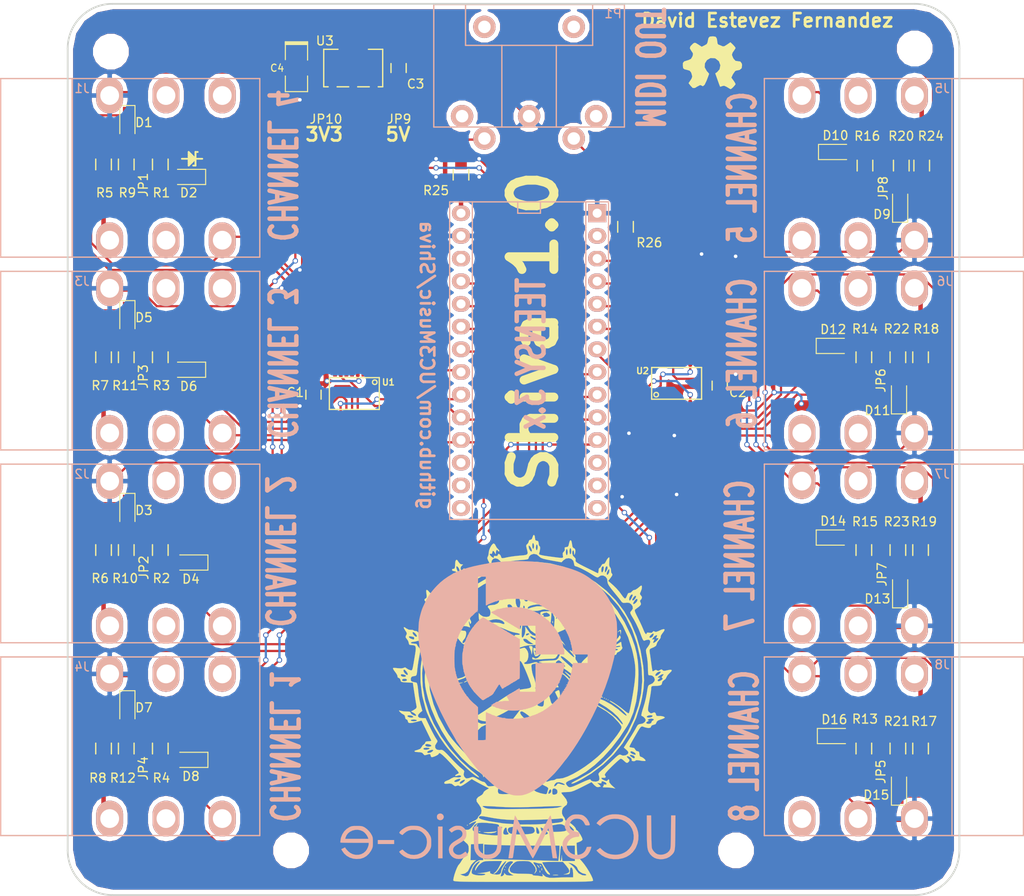
<source format=kicad_pcb>
(kicad_pcb (version 4) (host pcbnew 4.0.7-e2-6376~58~ubuntu14.04.1)
  (title_block (title Shiva) (rev 1.0RC1) (company UC3Music))
  (layers (0 F.Cu signal) (31 B.Cu signal) (34 B.Paste user) (35 F.Paste user) (36 B.SilkS user) (37 F.SilkS user) (38 B.Mask user) (39 F.Mask user) (44 Edge.Cuts user))
  (net 0 "")
  (net 1 GND)
  (net 2 /DETECT_05)
  (net 3 /DETECT_06)
  (net 4 /DETECT_07)
  (net 5 /DETECT_08)
  (net 6 /DETECT_04)
  (net 7 /DETECT_03)
  (net 8 /DETECT_02)
  (net 9 /DETECT_01)
  (net 10 "Net-(BOARD1-Pad12)")
  (net 11 "Net-(BOARD1-Pad13)")
  (net 12 "Net-(BOARD1-Pad14)")
  (net 13 "Net-(BOARD1-Pad15)")
  (net 14 "Net-(BOARD1-Pad16)")
  (net 15 "Net-(BOARD1-Pad17)")
  (net 16 /CHANNEL_01)
  (net 17 /CHANNEL_02)
  (net 18 /CHANNEL_03)
  (net 19 /CHANNEL_04)
  (net 20 /CHANNEL_08)
  (net 21 /CHANNEL_07)
  (net 22 /CHANNEL_06)
  (net 23 /CHANNEL_05)
  (net 24 "Net-(BOARD1-Pad26)")
  (net 25 +5V)
  (net 26 VCC)
  (net 27 "Net-(D1-Pad2)")
  (net 28 "Net-(D3-Pad2)")
  (net 29 "Net-(D5-Pad2)")
  (net 30 "Net-(D7-Pad2)")
  (net 31 "Net-(D10-Pad1)")
  (net 32 "Net-(D11-Pad2)")
  (net 33 "Net-(D13-Pad2)")
  (net 34 "Net-(D15-Pad2)")
  (net 35 "Net-(J2-PadR)")
  (net 36 "Net-(J2-PadRS)")
  (net 37 "Net-(J2-PadTS)")
  (net 38 "Net-(J4-PadR)")
  (net 39 "Net-(J4-PadRS)")
  (net 40 "Net-(J4-PadTS)")
  (net 41 "Net-(J5-PadR)")
  (net 42 "Net-(J5-PadRS)")
  (net 43 "Net-(J5-PadTS)")
  (net 44 "Net-(J6-PadR)")
  (net 45 "Net-(J6-PadRS)")
  (net 46 "Net-(J6-PadTS)")
  (net 47 "Net-(J7-PadR)")
  (net 48 "Net-(J7-PadRS)")
  (net 49 "Net-(J7-PadTS)")
  (net 50 "Net-(J8-PadR)")
  (net 51 "Net-(J8-PadRS)")
  (net 52 "Net-(J8-PadTS)")
  (net 53 "Net-(R5-Pad1)")
  (net 54 "Net-(R10-Pad2)")
  (net 55 "Net-(R11-Pad2)")
  (net 56 "Net-(R12-Pad2)")
  (net 57 "Net-(R17-Pad1)")
  (net 58 "Net-(R18-Pad1)")
  (net 59 "Net-(R19-Pad1)")
  (net 60 "Net-(R20-Pad1)")
  (net 61 "Net-(P1-Pad5)")
  (net 62 "Net-(P1-Pad4)")
  (net 63 "Net-(C4-Pad1)")
  (net 64 "Net-(P1-Pad1)")
  (net 65 "Net-(P1-Pad3)")
  (net 66 "Net-(BOARD1-Pad2)")
  (net 67 /TX)
  (net 68 "Net-(J1-PadR)")
  (net 69 "Net-(J1-PadRS)")
  (net 70 "Net-(J1-PadTS)")
  (net 71 "Net-(J3-PadR)")
  (net 72 "Net-(J3-PadRS)")
  (net 73 "Net-(J3-PadTS)")
  (module Capacitors_SMD:C_0805_HandSoldering (layer F.Cu) (at 121.92 96.52 270)
    (fp_text reference C1 (at -0.254 2.032 360) (layer F.SilkS))
    (fp_text value 100nF hide)
    (pad 1 smd rect (at -1.25 0 270) (size 1.5 1.25) (layers F.Cu F.Paste F.Mask) (net 26 VCC))
    (pad 2 smd rect (at 1.25 0 270) (size 1.5 1.25) (layers F.Cu F.Paste F.Mask) (net 1 GND))
  )
  (module Capacitors_SMD:C_0805_HandSoldering (layer F.Cu) (at 167.386 95.504 90)
    (fp_text reference C2 (at -0.762 2.032 180) (layer F.SilkS))
    (fp_text value 100nF hide)
    (pad 1 smd rect (at -1.25 0 90) (size 1.5 1.25) (layers F.Cu F.Paste F.Mask) (net 26 VCC))
    (pad 2 smd rect (at 1.25 0 90) (size 1.5 1.25) (layers F.Cu F.Paste F.Mask) (net 1 GND))
  )
  (module Capacitors_SMD:C_0805_HandSoldering (layer F.Cu) (at 131.445 59.944 90)
    (fp_text reference C3 (at -1.778 1.905 180) (layer F.SilkS))
    (fp_text value 100nF hide)
    (pad 1 smd rect (at -1.25 0 90) (size 1.5 1.25) (layers F.Cu F.Paste F.Mask) (net 25 +5V))
    (pad 2 smd rect (at 1.25 0 90) (size 1.5 1.25) (layers F.Cu F.Paste F.Mask) (net 1 GND))
  )
  (module Resistors_SMD:R_0805_HandSoldering (layer F.Cu) (at 104.775 70.739 270)
    (fp_text reference R1 (at 3.175 -0.127 360) (layer F.SilkS))
    (fp_text value 320M hide)
    (pad 1 smd rect (at -1.35 0 270) (size 1.5 1.3) (layers F.Cu F.Paste F.Mask) (net 27 "Net-(D1-Pad2)"))
    (pad 2 smd rect (at 1.35 0 270) (size 1.5 1.3) (layers F.Cu F.Paste F.Mask) (net 1 GND))
  )
  (module Resistors_SMD:R_0805_HandSoldering (layer F.Cu) (at 104.775 113.919 270)
    (fp_text reference R2 (at 3.175 -0.127 360) (layer F.SilkS))
    (fp_text value 320M hide)
    (pad 1 smd rect (at -1.35 0 270) (size 1.5 1.3) (layers F.Cu F.Paste F.Mask) (net 28 "Net-(D3-Pad2)"))
    (pad 2 smd rect (at 1.35 0 270) (size 1.5 1.3) (layers F.Cu F.Paste F.Mask) (net 1 GND))
  )
  (module Resistors_SMD:R_0805_HandSoldering (layer F.Cu) (at 104.775 92.329 270)
    (fp_text reference R3 (at 3.175 -0.127 360) (layer F.SilkS))
    (fp_text value 320M hide)
    (pad 1 smd rect (at -1.35 0 270) (size 1.5 1.3) (layers F.Cu F.Paste F.Mask) (net 29 "Net-(D5-Pad2)"))
    (pad 2 smd rect (at 1.35 0 270) (size 1.5 1.3) (layers F.Cu F.Paste F.Mask) (net 1 GND))
  )
  (module Resistors_SMD:R_0805_HandSoldering (layer F.Cu) (at 104.775 136.144 270)
    (fp_text reference R4 (at 3.302 -0.127 360) (layer F.SilkS))
    (fp_text value 320M hide)
    (pad 1 smd rect (at -1.35 0 270) (size 1.5 1.3) (layers F.Cu F.Paste F.Mask) (net 30 "Net-(D7-Pad2)"))
    (pad 2 smd rect (at 1.35 0 270) (size 1.5 1.3) (layers F.Cu F.Paste F.Mask) (net 1 GND))
  )
  (module Resistors_SMD:R_0805_HandSoldering (layer F.Cu) (at 98.425 70.739 270)
    (fp_text reference R5 (at 3.175 -0.127 360) (layer F.SilkS))
    (fp_text value R hide)
    (pad 1 smd rect (at -1.35 0 270) (size 1.5 1.3) (layers F.Cu F.Paste F.Mask) (net 53 "Net-(R5-Pad1)"))
    (pad 2 smd rect (at 1.35 0 270) (size 1.5 1.3) (layers F.Cu F.Paste F.Mask) (net 1 GND))
  )
  (module Resistors_SMD:R_0805_HandSoldering (layer F.Cu) (at 98.425 113.919 270)
    (fp_text reference R6 (at 3.175 0.381 360) (layer F.SilkS))
    (fp_text value R hide)
    (pad 1 smd rect (at -1.35 0 270) (size 1.5 1.3) (layers F.Cu F.Paste F.Mask) (net 54 "Net-(R10-Pad2)"))
    (pad 2 smd rect (at 1.35 0 270) (size 1.5 1.3) (layers F.Cu F.Paste F.Mask) (net 1 GND))
  )
  (module Resistors_SMD:R_0805_HandSoldering (layer F.Cu) (at 98.425 92.329 270)
    (fp_text reference R7 (at 3.175 0.381 360) (layer F.SilkS))
    (fp_text value R hide)
    (pad 1 smd rect (at -1.35 0 270) (size 1.5 1.3) (layers F.Cu F.Paste F.Mask) (net 55 "Net-(R11-Pad2)"))
    (pad 2 smd rect (at 1.35 0 270) (size 1.5 1.3) (layers F.Cu F.Paste F.Mask) (net 1 GND))
  )
  (module Resistors_SMD:R_0805_HandSoldering (layer F.Cu) (at 98.425 136.144 270)
    (fp_text reference R8 (at 3.302 0.635 360) (layer F.SilkS))
    (fp_text value R hide)
    (pad 1 smd rect (at -1.35 0 270) (size 1.5 1.3) (layers F.Cu F.Paste F.Mask) (net 56 "Net-(R12-Pad2)"))
    (pad 2 smd rect (at 1.35 0 270) (size 1.5 1.3) (layers F.Cu F.Paste F.Mask) (net 1 GND))
  )
  (module Resistors_SMD:R_0805_HandSoldering (layer F.Cu) (at 100.965 70.739 90)
    (fp_text reference R9 (at -3.175 0.127 180) (layer F.SilkS))
    (fp_text value R hide)
    (pad 1 smd rect (at -1.35 0 90) (size 1.5 1.3) (layers F.Cu F.Paste F.Mask) (net 19 /CHANNEL_04))
    (pad 2 smd rect (at 1.35 0 90) (size 1.5 1.3) (layers F.Cu F.Paste F.Mask) (net 53 "Net-(R5-Pad1)"))
  )
  (module Resistors_SMD:R_0805_HandSoldering (layer F.Cu) (at 100.965 113.919 90)
    (fp_text reference R10 (at -3.175 -0.127 180) (layer F.SilkS))
    (fp_text value R hide)
    (pad 1 smd rect (at -1.35 0 90) (size 1.5 1.3) (layers F.Cu F.Paste F.Mask) (net 17 /CHANNEL_02))
    (pad 2 smd rect (at 1.35 0 90) (size 1.5 1.3) (layers F.Cu F.Paste F.Mask) (net 54 "Net-(R10-Pad2)"))
  )
  (module Resistors_SMD:R_0805_HandSoldering (layer F.Cu) (at 100.965 92.329 90)
    (fp_text reference R11 (at -3.175 -0.127 180) (layer F.SilkS))
    (fp_text value R hide)
    (pad 1 smd rect (at -1.35 0 90) (size 1.5 1.3) (layers F.Cu F.Paste F.Mask) (net 18 /CHANNEL_03))
    (pad 2 smd rect (at 1.35 0 90) (size 1.5 1.3) (layers F.Cu F.Paste F.Mask) (net 55 "Net-(R11-Pad2)"))
  )
  (module Resistors_SMD:R_0805_HandSoldering (layer F.Cu) (at 100.965 136.144 90)
    (fp_text reference R12 (at -3.302 -0.381 180) (layer F.SilkS))
    (fp_text value R hide)
    (pad 1 smd rect (at -1.35 0 90) (size 1.5 1.3) (layers F.Cu F.Paste F.Mask) (net 16 /CHANNEL_01))
    (pad 2 smd rect (at 1.35 0 90) (size 1.5 1.3) (layers F.Cu F.Paste F.Mask) (net 56 "Net-(R12-Pad2)"))
  )
  (module Resistors_SMD:R_0805_HandSoldering (layer F.Cu) (at 183.515 136.144 90)
    (fp_text reference R13 (at 3.302 0.127 180) (layer F.SilkS))
    (fp_text value 320M hide)
    (pad 1 smd rect (at -1.35 0 90) (size 1.5 1.3) (layers F.Cu F.Paste F.Mask) (net 31 "Net-(D10-Pad1)"))
    (pad 2 smd rect (at 1.35 0 90) (size 1.5 1.3) (layers F.Cu F.Paste F.Mask) (net 1 GND))
  )
  (module Resistors_SMD:R_0805_HandSoldering (layer F.Cu) (at 183.515 92.329 90)
    (fp_text reference R14 (at 3.175 0.127 180) (layer F.SilkS))
    (fp_text value 320M hide)
    (pad 1 smd rect (at -1.35 0 90) (size 1.5 1.3) (layers F.Cu F.Paste F.Mask) (net 32 "Net-(D11-Pad2)"))
    (pad 2 smd rect (at 1.35 0 90) (size 1.5 1.3) (layers F.Cu F.Paste F.Mask) (net 1 GND))
  )
  (module Resistors_SMD:R_0805_HandSoldering (layer F.Cu) (at 183.515 113.919 90)
    (fp_text reference R15 (at 3.175 0.127 180) (layer F.SilkS))
    (fp_text value 320M hide)
    (pad 1 smd rect (at -1.35 0 90) (size 1.5 1.3) (layers F.Cu F.Paste F.Mask) (net 33 "Net-(D13-Pad2)"))
    (pad 2 smd rect (at 1.35 0 90) (size 1.5 1.3) (layers F.Cu F.Paste F.Mask) (net 1 GND))
  )
  (module Resistors_SMD:R_0805_HandSoldering (layer F.Cu) (at 183.642 70.866 90)
    (fp_text reference R16 (at 3.302 0.254 180) (layer F.SilkS))
    (fp_text value 320M hide)
    (pad 1 smd rect (at -1.35 0 90) (size 1.5 1.3) (layers F.Cu F.Paste F.Mask) (net 34 "Net-(D15-Pad2)"))
    (pad 2 smd rect (at 1.35 0 90) (size 1.5 1.3) (layers F.Cu F.Paste F.Mask) (net 1 GND))
  )
  (module Resistors_SMD:R_0805_HandSoldering (layer F.Cu) (at 189.865 136.144 90)
    (fp_text reference R17 (at 3.048 0.381 180) (layer F.SilkS))
    (fp_text value R hide)
    (pad 1 smd rect (at -1.35 0 90) (size 1.5 1.3) (layers F.Cu F.Paste F.Mask) (net 57 "Net-(R17-Pad1)"))
    (pad 2 smd rect (at 1.35 0 90) (size 1.5 1.3) (layers F.Cu F.Paste F.Mask) (net 1 GND))
  )
  (module Resistors_SMD:R_0805_HandSoldering (layer F.Cu) (at 189.865 92.329 90)
    (fp_text reference R18 (at 3.175 0.635 180) (layer F.SilkS))
    (fp_text value R hide)
    (pad 1 smd rect (at -1.35 0 90) (size 1.5 1.3) (layers F.Cu F.Paste F.Mask) (net 58 "Net-(R18-Pad1)"))
    (pad 2 smd rect (at 1.35 0 90) (size 1.5 1.3) (layers F.Cu F.Paste F.Mask) (net 1 GND))
  )
  (module Resistors_SMD:R_0805_HandSoldering (layer F.Cu) (at 189.865 113.919 90)
    (fp_text reference R19 (at 3.175 0.381 180) (layer F.SilkS))
    (fp_text value R hide)
    (pad 1 smd rect (at -1.35 0 90) (size 1.5 1.3) (layers F.Cu F.Paste F.Mask) (net 59 "Net-(R19-Pad1)"))
    (pad 2 smd rect (at 1.35 0 90) (size 1.5 1.3) (layers F.Cu F.Paste F.Mask) (net 1 GND))
  )
  (module Resistors_SMD:R_0805_HandSoldering (layer F.Cu) (at 189.992 70.866 90)
    (fp_text reference R20 (at 3.302 -2.286 180) (layer F.SilkS))
    (fp_text value R hide)
    (pad 1 smd rect (at -1.35 0 90) (size 1.5 1.3) (layers F.Cu F.Paste F.Mask) (net 60 "Net-(R20-Pad1)"))
    (pad 2 smd rect (at 1.35 0 90) (size 1.5 1.3) (layers F.Cu F.Paste F.Mask) (net 1 GND))
  )
  (module Resistors_SMD:R_0805_HandSoldering (layer F.Cu) (at 187.325 136.144 270)
    (fp_text reference R21 (at -3.048 0.127 360) (layer F.SilkS))
    (fp_text value R hide)
    (pad 1 smd rect (at -1.35 0 270) (size 1.5 1.3) (layers F.Cu F.Paste F.Mask) (net 20 /CHANNEL_08))
    (pad 2 smd rect (at 1.35 0 270) (size 1.5 1.3) (layers F.Cu F.Paste F.Mask) (net 57 "Net-(R17-Pad1)"))
  )
  (module Resistors_SMD:R_0805_HandSoldering (layer F.Cu) (at 187.325 92.329 270)
    (fp_text reference R22 (at -3.175 0.127 360) (layer F.SilkS))
    (fp_text value R hide)
    (pad 1 smd rect (at -1.35 0 270) (size 1.5 1.3) (layers F.Cu F.Paste F.Mask) (net 22 /CHANNEL_06))
    (pad 2 smd rect (at 1.35 0 270) (size 1.5 1.3) (layers F.Cu F.Paste F.Mask) (net 58 "Net-(R18-Pad1)"))
  )
  (module Resistors_SMD:R_0805_HandSoldering (layer F.Cu) (at 187.325 113.919 270)
    (fp_text reference R23 (at -3.175 0.127 360) (layer F.SilkS))
    (fp_text value R hide)
    (pad 1 smd rect (at -1.35 0 270) (size 1.5 1.3) (layers F.Cu F.Paste F.Mask) (net 21 /CHANNEL_07))
    (pad 2 smd rect (at 1.35 0 270) (size 1.5 1.3) (layers F.Cu F.Paste F.Mask) (net 59 "Net-(R19-Pad1)"))
  )
  (module Resistors_SMD:R_0805_HandSoldering (layer F.Cu) (at 187.706 70.866 270)
    (fp_text reference R24 (at -3.302 -3.302 360) (layer F.SilkS))
    (fp_text value R hide)
    (pad 1 smd rect (at -1.35 0 270) (size 1.5 1.3) (layers F.Cu F.Paste F.Mask) (net 23 /CHANNEL_05))
    (pad 2 smd rect (at 1.35 0 270) (size 1.5 1.3) (layers F.Cu F.Paste F.Mask) (net 60 "Net-(R20-Pad1)"))
  )
  (module Resistors_SMD:R_0805_HandSoldering (layer F.Cu) (at 138.43 71.882 90)
    (fp_text reference R25 (at -1.778 -2.794 180) (layer F.SilkS))
    (fp_text value 220R hide)
    (pad 1 smd rect (at -1.35 0 90) (size 1.5 1.3) (layers F.Cu F.Paste F.Mask) (net 25 +5V))
    (pad 2 smd rect (at 1.35 0 90) (size 1.5 1.3) (layers F.Cu F.Paste F.Mask) (net 61 "Net-(P1-Pad5)"))
  )
  (module Resistors_SMD:R_0805_HandSoldering (layer F.Cu) (at 156.845 77.724 90)
    (fp_text reference R26 (at -1.778 2.667 180) (layer F.SilkS))
    (fp_text value 220R hide)
    (pad 1 smd rect (at -1.35 0 90) (size 1.5 1.3) (layers F.Cu F.Paste F.Mask) (net 67 /TX))
    (pad 2 smd rect (at 1.35 0 90) (size 1.5 1.3) (layers F.Cu F.Paste F.Mask) (net 62 "Net-(P1-Pad4)"))
  )
  (module def-footprints:Package_SOT-223-3 (layer F.Cu) (at 126.365 59.944)
    (fp_text reference U3 (at -3.175 -3.048) (layer F.SilkS))
    (fp_text value LD1117S33CTR hide)
    (pad 2 smd rect (at 0 -3.05) (size 3.25 1.9) (layers F.Cu F.Paste F.Mask) (net 63 "Net-(C4-Pad1)"))
    (pad 1 smd rect (at -2.3 3.05) (size 0.95 1.9) (layers F.Cu F.Paste F.Mask) (net 1 GND))
    (pad 2 smd rect (at 0 3.05) (size 0.95 1.9) (layers F.Cu F.Paste F.Mask) (net 63 "Net-(C4-Pad1)"))
    (pad 3 smd rect (at 2.3 3.05) (size 0.95 1.9) (layers F.Cu F.Paste F.Mask) (net 25 +5V))
  )
  (module def-footprints:Package_1206_pol (layer F.Cu) (at 120.015 59.944 270)
    (fp_text reference C4 (at 0 2.159 360) (layer F.SilkS) (effects (font (size 0.8 0.8) (thickness 0.127))))
    (fp_text value 10uF hide)
    (pad 1 smd rect (at -1.651 0 270) (size 1.524 2.032) (layers F.Cu F.Paste F.Mask) (net 63 "Net-(C4-Pad1)"))
    (pad 2 smd rect (at 1.651 0 270) (size 1.524 2.032) (layers F.Cu F.Paste F.Mask) (net 1 GND))
  )
  (module uc3music_logos:logo_pick_30x30mm (layer B.Cu) (at 144.78 128.27 180)
    (fp_text reference G*** hide)
    (fp_text value LOGO hide)
  )
  (module uc3music_logos:logo_text_40x6.9mm (layer B.Cu) (at 143.51 146.304 180)
    (fp_text reference G*** hide)
    (fp_text value LOGO hide)
  )
  (module Shiva:shiva_logo2 (layer F.Cu) (at 146.304 131.572)
    (fp_text reference G*** hide)
    (fp_text value LOGO hide)
  )
  (module def-footprints:Mechanical_Drill_3mm (layer F.Cu) (at 99.41 57.754)
    (fp_text reference Mechanical_drill_3mm hide)
    (fp_text value "" hide)
    (pad "" np_thru_hole circle (at -0.158 0.35) (size 3 3) (drill 3) (layers *.Cu *.Mask))
  )
  (module def-footprints:Mechanical_Drill_3mm (layer F.Cu) (at 189.21 57.754)
    (fp_text reference Mechanical_drill_3mm hide)
    (fp_text value "" hide)
    (pad "" np_thru_hole circle (at 0 0) (size 3 3) (drill 3) (layers *.Cu *.Mask))
  )
  (module def-footprints:Mechanical_Drill_3mm (layer F.Cu) (at 119.41 147.554)
    (fp_text reference Mechanical_drill_3mm hide)
    (fp_text value "" hide)
    (pad "" np_thru_hole circle (at 0 0) (size 3 3) (drill 3) (layers *.Cu *.Mask))
  )
  (module def-footprints:Mechanical_Drill_3mm (layer F.Cu) (at 169.21 147.554)
    (fp_text reference Mechanical_drill_3mm hide)
    (fp_text value "" hide)
    (pad "" np_thru_hole circle (at 0 0) (size 3 3) (drill 3) (layers *.Cu *.Mask))
  )
  (module def-footprints:Logo_OSHW_small (layer F.Cu) (at 166.624 59.182)
    (fp_text reference G*** hide)
    (fp_text value OSHW-logo hide)
  )
  (module def-footprints:Miscellaneous_Solder_Jumper (layer F.Cu) (at 102.87 91.694 270)
    (fp_text reference JP3 (at 2.794 0 270) (layer F.SilkS))
    (fp_text value Jumper_NO_Small hide)
    (pad 1 smd trapezoid (at -0.508 0 270) (size 0.8 0.8) (rect_delta -0.3 0) (layers F.Cu F.Paste F.Mask) (net 29 "Net-(D5-Pad2)"))
    (pad 2 smd trapezoid (at 0.508 0 270) (size 0.8 0.8) (rect_delta 0.3 0) (layers F.Cu F.Paste F.Mask) (net 18 /CHANNEL_03))
  )
  (module def-footprints:Miscellaneous_Solder_Jumper (layer F.Cu) (at 102.87 70.612 270)
    (fp_text reference JP1 (at 2.413 0 270) (layer F.SilkS))
    (fp_text value Jumper_NO_Small hide)
    (pad 1 smd trapezoid (at -0.508 0 270) (size 0.8 0.8) (rect_delta -0.3 0) (layers F.Cu F.Paste F.Mask) (net 27 "Net-(D1-Pad2)"))
    (pad 2 smd trapezoid (at 0.508 0 270) (size 0.8 0.8) (rect_delta 0.3 0) (layers F.Cu F.Paste F.Mask) (net 19 /CHANNEL_04))
  )
  (module def-footprints:Miscellaneous_Solder_Jumper (layer F.Cu) (at 102.87 113.284 270)
    (fp_text reference JP2 (at 2.6035 -0.0635 270) (layer F.SilkS))
    (fp_text value Jumper_NO_Small hide)
    (pad 1 smd trapezoid (at -0.508 0 270) (size 0.8 0.8) (rect_delta -0.3 0) (layers F.Cu F.Paste F.Mask) (net 28 "Net-(D3-Pad2)"))
    (pad 2 smd trapezoid (at 0.508 0 270) (size 0.8 0.8) (rect_delta 0.3 0) (layers F.Cu F.Paste F.Mask) (net 17 /CHANNEL_02))
  )
  (module def-footprints:Miscellaneous_Solder_Jumper (layer F.Cu) (at 102.87 135.636 270)
    (fp_text reference JP4 (at 2.7305 0 270) (layer F.SilkS))
    (fp_text value Jumper_NO_Small hide)
    (pad 1 smd trapezoid (at -0.508 0 270) (size 0.8 0.8) (rect_delta -0.3 0) (layers F.Cu F.Paste F.Mask) (net 30 "Net-(D7-Pad2)"))
    (pad 2 smd trapezoid (at 0.508 0 270) (size 0.8 0.8) (rect_delta 0.3 0) (layers F.Cu F.Paste F.Mask) (net 16 /CHANNEL_01))
  )
  (module def-footprints:Miscellaneous_Solder_Jumper (layer F.Cu) (at 185.42 136.144 90)
    (fp_text reference JP5 (at -2.6035 0 90) (layer F.SilkS))
    (fp_text value Jumper_NO_Small hide)
    (pad 1 smd trapezoid (at -0.508 0 90) (size 0.8 0.8) (rect_delta -0.3 0) (layers F.Cu F.Paste F.Mask) (net 31 "Net-(D10-Pad1)"))
    (pad 2 smd trapezoid (at 0.508 0 90) (size 0.8 0.8) (rect_delta 0.3 0) (layers F.Cu F.Paste F.Mask) (net 20 /CHANNEL_08))
  )
  (module def-footprints:Miscellaneous_Solder_Jumper (layer F.Cu) (at 185.42 113.919 90)
    (fp_text reference JP7 (at -2.7305 0.127 90) (layer F.SilkS))
    (fp_text value Jumper_NO_Small hide)
    (pad 1 smd trapezoid (at -0.508 0 90) (size 0.8 0.8) (rect_delta -0.3 0) (layers F.Cu F.Paste F.Mask) (net 33 "Net-(D13-Pad2)"))
    (pad 2 smd trapezoid (at 0.508 0 90) (size 0.8 0.8) (rect_delta 0.3 0) (layers F.Cu F.Paste F.Mask) (net 21 /CHANNEL_07))
  )
  (module def-footprints:Miscellaneous_Solder_Jumper (layer F.Cu) (at 185.42 92.329 90)
    (fp_text reference JP6 (at -2.6035 0 90) (layer F.SilkS))
    (fp_text value Jumper_NO_Small hide)
    (pad 1 smd trapezoid (at -0.508 0 90) (size 0.8 0.8) (rect_delta -0.3 0) (layers F.Cu F.Paste F.Mask) (net 32 "Net-(D11-Pad2)"))
    (pad 2 smd trapezoid (at 0.508 0 90) (size 0.8 0.8) (rect_delta 0.3 0) (layers F.Cu F.Paste F.Mask) (net 22 /CHANNEL_06))
  )
  (module def-footprints:Miscellaneous_Solder_Jumper (layer F.Cu) (at 185.674 70.866 90)
    (fp_text reference JP8 (at -2.54 0 90) (layer F.SilkS))
    (fp_text value Jumper_NO_Small hide)
    (pad 1 smd trapezoid (at -0.508 0 90) (size 0.8 0.8) (rect_delta -0.3 0) (layers F.Cu F.Paste F.Mask) (net 34 "Net-(D15-Pad2)"))
    (pad 2 smd trapezoid (at 0.508 0 90) (size 0.8 0.8) (rect_delta 0.3 0) (layers F.Cu F.Paste F.Mask) (net 23 /CHANNEL_05))
  )
  (module def-footprints:Miscellaneous_Solder_Jumper (layer F.Cu) (at 128.905 66.3575 270)
    (fp_text reference JP9 (at -0.6985 -2.6035 360) (layer F.SilkS))
    (fp_text value Jumper_NO_Small hide)
    (pad 1 smd trapezoid (at -0.508 0 270) (size 0.8 0.8) (rect_delta -0.3 0) (layers F.Cu F.Paste F.Mask) (net 25 +5V))
    (pad 2 smd trapezoid (at 0.508 0 270) (size 0.8 0.8) (rect_delta 0.3 0) (layers F.Cu F.Paste F.Mask) (net 26 VCC))
  )
  (module def-footprints:Miscellaneous_Solder_Jumper (layer F.Cu) (at 126.365 66.3575 270)
    (fp_text reference JP10 (at -0.6985 3.048 360) (layer F.SilkS))
    (fp_text value Jumper_NO_Small hide)
    (pad 1 smd trapezoid (at -0.508 0 270) (size 0.8 0.8) (rect_delta -0.3 0) (layers F.Cu F.Paste F.Mask) (net 63 "Net-(C4-Pad1)"))
    (pad 2 smd trapezoid (at 0.508 0 270) (size 0.8 0.8) (rect_delta 0.3 0) (layers F.Cu F.Paste F.Mask) (net 26 VCC))
  )
  (module def-footprints:CONN_Jack_Female_6.35mm_THD (layer B.Cu) (at 105.41 71.12)
    (fp_text reference J1 (at -9.398 -8.89) (layer B.SilkS) (effects (justify mirror)))
    (fp_text value JACK_FEMALE_STEREO hide)
    (pad S thru_hole oval (at -6.3 -8.1) (size 3 4) (drill 2.1) (layers *.Cu *.Mask B.SilkS) (net 1 GND))
    (pad R thru_hole oval (at 0 -8.1) (size 3 4) (drill 2.1) (layers *.Cu *.Mask B.SilkS) (net 68 "Net-(J1-PadR)"))
    (pad T thru_hole oval (at 6.3 -8.1) (size 3 4) (drill 2.1) (layers *.Cu *.Mask B.SilkS) (net 27 "Net-(D1-Pad2)"))
    (pad SS thru_hole oval (at -6.3 8.1) (size 3 4) (drill 2.1) (layers *.Cu *.Mask B.SilkS) (net 6 /DETECT_04))
    (pad RS thru_hole oval (at 0 8.1) (size 3 4) (drill 2.1) (layers *.Cu *.Mask B.SilkS) (net 69 "Net-(J1-PadRS)"))
    (pad TS thru_hole oval (at 6.3 8.1) (size 3 4) (drill 2.1) (layers *.Cu *.Mask B.SilkS) (net 70 "Net-(J1-PadTS)"))
  )
  (module def-footprints:CONN_Jack_Female_6.35mm_THD (layer B.Cu) (at 105.41 92.71)
    (fp_text reference J3 (at -9.398 -8.89) (layer B.SilkS) (effects (justify mirror)))
    (fp_text value JACK_FEMALE_STEREO hide)
    (pad S thru_hole oval (at -6.3 -8.1) (size 3 4) (drill 2.1) (layers *.Cu *.Mask B.SilkS) (net 1 GND))
    (pad R thru_hole oval (at 0 -8.1) (size 3 4) (drill 2.1) (layers *.Cu *.Mask B.SilkS) (net 71 "Net-(J3-PadR)"))
    (pad T thru_hole oval (at 6.3 -8.1) (size 3 4) (drill 2.1) (layers *.Cu *.Mask B.SilkS) (net 29 "Net-(D5-Pad2)"))
    (pad SS thru_hole oval (at -6.3 8.1) (size 3 4) (drill 2.1) (layers *.Cu *.Mask B.SilkS) (net 7 /DETECT_03))
    (pad RS thru_hole oval (at 0 8.1) (size 3 4) (drill 2.1) (layers *.Cu *.Mask B.SilkS) (net 72 "Net-(J3-PadRS)"))
    (pad TS thru_hole oval (at 6.3 8.1) (size 3 4) (drill 2.1) (layers *.Cu *.Mask B.SilkS) (net 73 "Net-(J3-PadTS)"))
  )
  (module def-footprints:CONN_Jack_Female_6.35mm_THD (layer B.Cu) (at 105.41 114.3)
    (fp_text reference J2 (at -9.398 -8.89) (layer B.SilkS) (effects (justify mirror)))
    (fp_text value JACK_FEMALE_STEREO hide)
    (pad S thru_hole oval (at -6.3 -8.1) (size 3 4) (drill 2.1) (layers *.Cu *.Mask B.SilkS) (net 1 GND))
    (pad R thru_hole oval (at 0 -8.1) (size 3 4) (drill 2.1) (layers *.Cu *.Mask B.SilkS) (net 35 "Net-(J2-PadR)"))
    (pad T thru_hole oval (at 6.3 -8.1) (size 3 4) (drill 2.1) (layers *.Cu *.Mask B.SilkS) (net 28 "Net-(D3-Pad2)"))
    (pad SS thru_hole oval (at -6.3 8.1) (size 3 4) (drill 2.1) (layers *.Cu *.Mask B.SilkS) (net 8 /DETECT_02))
    (pad RS thru_hole oval (at 0 8.1) (size 3 4) (drill 2.1) (layers *.Cu *.Mask B.SilkS) (net 36 "Net-(J2-PadRS)"))
    (pad TS thru_hole oval (at 6.3 8.1) (size 3 4) (drill 2.1) (layers *.Cu *.Mask B.SilkS) (net 37 "Net-(J2-PadTS)"))
  )
  (module def-footprints:CONN_Jack_Female_6.35mm_THD (layer B.Cu) (at 105.41 135.89)
    (fp_text reference J4 (at -9.398 -8.89) (layer B.SilkS) (effects (justify mirror)))
    (fp_text value JACK_FEMALE_STEREO hide)
    (pad S thru_hole oval (at -6.3 -8.1) (size 3 4) (drill 2.1) (layers *.Cu *.Mask B.SilkS) (net 1 GND))
    (pad R thru_hole oval (at 0 -8.1) (size 3 4) (drill 2.1) (layers *.Cu *.Mask B.SilkS) (net 38 "Net-(J4-PadR)"))
    (pad T thru_hole oval (at 6.3 -8.1) (size 3 4) (drill 2.1) (layers *.Cu *.Mask B.SilkS) (net 30 "Net-(D7-Pad2)"))
    (pad SS thru_hole oval (at -6.3 8.1) (size 3 4) (drill 2.1) (layers *.Cu *.Mask B.SilkS) (net 9 /DETECT_01))
    (pad RS thru_hole oval (at 0 8.1) (size 3 4) (drill 2.1) (layers *.Cu *.Mask B.SilkS) (net 39 "Net-(J4-PadRS)"))
    (pad TS thru_hole oval (at 6.3 8.1) (size 3 4) (drill 2.1) (layers *.Cu *.Mask B.SilkS) (net 40 "Net-(J4-PadTS)"))
  )
  (module def-footprints:CONN_Jack_Female_6.35mm_THD (layer B.Cu) (at 182.88 71.12 180)
    (fp_text reference J5 (at -9.398 8.89 180) (layer B.SilkS) (effects (justify mirror)))
    (fp_text value JACK_FEMALE_STEREO hide)
    (pad S thru_hole oval (at -6.3 -8.1 180) (size 3 4) (drill 2.1) (layers *.Cu *.Mask B.SilkS) (net 1 GND))
    (pad R thru_hole oval (at 0 -8.1 180) (size 3 4) (drill 2.1) (layers *.Cu *.Mask B.SilkS) (net 41 "Net-(J5-PadR)"))
    (pad T thru_hole oval (at 6.3 -8.1 180) (size 3 4) (drill 2.1) (layers *.Cu *.Mask B.SilkS) (net 31 "Net-(D10-Pad1)"))
    (pad SS thru_hole oval (at -6.3 8.1 180) (size 3 4) (drill 2.1) (layers *.Cu *.Mask B.SilkS) (net 5 /DETECT_08))
    (pad RS thru_hole oval (at 0 8.1 180) (size 3 4) (drill 2.1) (layers *.Cu *.Mask B.SilkS) (net 42 "Net-(J5-PadRS)"))
    (pad TS thru_hole oval (at 6.3 8.1 180) (size 3 4) (drill 2.1) (layers *.Cu *.Mask B.SilkS) (net 43 "Net-(J5-PadTS)"))
  )
  (module def-footprints:CONN_Jack_Female_6.35mm_THD (layer B.Cu) (at 182.88 92.71 180)
    (fp_text reference J6 (at -9.652 8.89 180) (layer B.SilkS) (effects (justify mirror)))
    (fp_text value JACK_FEMALE_STEREO hide)
    (pad S thru_hole oval (at -6.3 -8.1 180) (size 3 4) (drill 2.1) (layers *.Cu *.Mask B.SilkS) (net 1 GND))
    (pad R thru_hole oval (at 0 -8.1 180) (size 3 4) (drill 2.1) (layers *.Cu *.Mask B.SilkS) (net 44 "Net-(J6-PadR)"))
    (pad T thru_hole oval (at 6.3 -8.1 180) (size 3 4) (drill 2.1) (layers *.Cu *.Mask B.SilkS) (net 32 "Net-(D11-Pad2)"))
    (pad SS thru_hole oval (at -6.3 8.1 180) (size 3 4) (drill 2.1) (layers *.Cu *.Mask B.SilkS) (net 3 /DETECT_06))
    (pad RS thru_hole oval (at 0 8.1 180) (size 3 4) (drill 2.1) (layers *.Cu *.Mask B.SilkS) (net 45 "Net-(J6-PadRS)"))
    (pad TS thru_hole oval (at 6.3 8.1 180) (size 3 4) (drill 2.1) (layers *.Cu *.Mask B.SilkS) (net 46 "Net-(J6-PadTS)"))
  )
  (module def-footprints:CONN_Jack_Female_6.35mm_THD (layer B.Cu) (at 182.88 114.3 180)
    (fp_text reference J7 (at -9.398 8.89 180) (layer B.SilkS) (effects (justify mirror)))
    (fp_text value JACK_FEMALE_STEREO hide)
    (pad S thru_hole oval (at -6.3 -8.1 180) (size 3 4) (drill 2.1) (layers *.Cu *.Mask B.SilkS) (net 1 GND))
    (pad R thru_hole oval (at 0 -8.1 180) (size 3 4) (drill 2.1) (layers *.Cu *.Mask B.SilkS) (net 47 "Net-(J7-PadR)"))
    (pad T thru_hole oval (at 6.3 -8.1 180) (size 3 4) (drill 2.1) (layers *.Cu *.Mask B.SilkS) (net 33 "Net-(D13-Pad2)"))
    (pad SS thru_hole oval (at -6.3 8.1 180) (size 3 4) (drill 2.1) (layers *.Cu *.Mask B.SilkS) (net 4 /DETECT_07))
    (pad RS thru_hole oval (at 0 8.1 180) (size 3 4) (drill 2.1) (layers *.Cu *.Mask B.SilkS) (net 48 "Net-(J7-PadRS)"))
    (pad TS thru_hole oval (at 6.3 8.1 180) (size 3 4) (drill 2.1) (layers *.Cu *.Mask B.SilkS) (net 49 "Net-(J7-PadTS)"))
  )
  (module def-footprints:CONN_Jack_Female_6.35mm_THD (layer B.Cu) (at 182.88 135.89 180)
    (fp_text reference J8 (at -9.398 9.144 180) (layer B.SilkS) (effects (justify mirror)))
    (fp_text value JACK_FEMALE_STEREO hide)
    (pad S thru_hole oval (at -6.3 -8.1 180) (size 3 4) (drill 2.1) (layers *.Cu *.Mask B.SilkS) (net 1 GND))
    (pad R thru_hole oval (at 0 -8.1 180) (size 3 4) (drill 2.1) (layers *.Cu *.Mask B.SilkS) (net 50 "Net-(J8-PadR)"))
    (pad T thru_hole oval (at 6.3 -8.1 180) (size 3 4) (drill 2.1) (layers *.Cu *.Mask B.SilkS) (net 34 "Net-(D15-Pad2)"))
    (pad SS thru_hole oval (at -6.3 8.1 180) (size 3 4) (drill 2.1) (layers *.Cu *.Mask B.SilkS) (net 2 /DETECT_05))
    (pad RS thru_hole oval (at 0 8.1 180) (size 3 4) (drill 2.1) (layers *.Cu *.Mask B.SilkS) (net 51 "Net-(J8-PadRS)"))
    (pad TS thru_hole oval (at 6.3 8.1 180) (size 3 4) (drill 2.1) (layers *.Cu *.Mask B.SilkS) (net 52 "Net-(J8-PadTS)"))
  )
  (module def-footprints:Board_Teensy_3_1 (layer B.Cu) (at 146.05 93.98 180)
    (fp_text reference BOARD1 hide)
    (fp_text value BOARD_TEENSY_3.1 hide)
    (pad 1 thru_hole rect (at -7.62 17.78 180) (size 2.032 2.032) (drill 1.016) (layers *.Cu *.Mask B.SilkS) (net 1 GND))
    (pad 2 thru_hole oval (at -7.62 15.24 180) (size 2.032 1.7272) (drill 1.016) (layers *.Cu *.Mask B.SilkS) (net 66 "Net-(BOARD1-Pad2)"))
    (pad 3 thru_hole oval (at -7.62 12.7 180) (size 2.032 1.7272) (drill 1.016) (layers *.Cu *.Mask B.SilkS) (net 67 /TX))
    (pad 4 thru_hole oval (at -7.62 10.16 180) (size 2.032 1.7272) (drill 1.016) (layers *.Cu *.Mask B.SilkS) (net 2 /DETECT_05))
    (pad 5 thru_hole oval (at -7.62 7.62 180) (size 2.032 1.7272) (drill 1.016) (layers *.Cu *.Mask B.SilkS) (net 3 /DETECT_06))
    (pad 6 thru_hole oval (at -7.62 5.08 180) (size 2.032 1.7272) (drill 1.016) (layers *.Cu *.Mask B.SilkS) (net 4 /DETECT_07))
    (pad 7 thru_hole oval (at -7.62 2.54 180) (size 2.032 1.7272) (drill 1.016) (layers *.Cu *.Mask B.SilkS) (net 5 /DETECT_08))
    (pad 8 thru_hole oval (at -7.62 0 180) (size 2.032 1.7272) (drill 1.016) (layers *.Cu *.Mask B.SilkS) (net 6 /DETECT_04))
    (pad 9 thru_hole oval (at -7.62 -2.54 180) (size 2.032 1.7272) (drill 1.016) (layers *.Cu *.Mask B.SilkS) (net 7 /DETECT_03))
    (pad 10 thru_hole oval (at -7.62 -5.08 180) (size 2.032 1.7272) (drill 1.016) (layers *.Cu *.Mask B.SilkS) (net 8 /DETECT_02))
    (pad 11 thru_hole oval (at -7.62 -7.62 180) (size 2.032 1.7272) (drill 1.016) (layers *.Cu *.Mask B.SilkS) (net 9 /DETECT_01))
    (pad 12 thru_hole oval (at -7.62 -10.16 180) (size 2.032 1.7272) (drill 1.016) (layers *.Cu *.Mask B.SilkS) (net 10 "Net-(BOARD1-Pad12)"))
    (pad 13 thru_hole oval (at -7.62 -12.7 180) (size 2.032 1.7272) (drill 1.016) (layers *.Cu *.Mask B.SilkS) (net 11 "Net-(BOARD1-Pad13)"))
    (pad 14 thru_hole oval (at -7.62 -15.24 180) (size 2.032 1.7272) (drill 1.016) (layers *.Cu *.Mask B.SilkS) (net 12 "Net-(BOARD1-Pad14)"))
    (pad 15 thru_hole oval (at 7.62 -15.24 180) (size 2.032 1.7272) (drill 1.016) (layers *.Cu *.Mask B.SilkS) (net 13 "Net-(BOARD1-Pad15)"))
    (pad 16 thru_hole oval (at 7.62 -12.7 180) (size 2.032 1.7272) (drill 1.016) (layers *.Cu *.Mask B.SilkS) (net 14 "Net-(BOARD1-Pad16)"))
    (pad 17 thru_hole oval (at 7.62 -10.16 180) (size 2.032 1.7272) (drill 1.016) (layers *.Cu *.Mask B.SilkS) (net 15 "Net-(BOARD1-Pad17)"))
    (pad 18 thru_hole oval (at 7.62 -7.62 180) (size 2.032 1.7272) (drill 1.016) (layers *.Cu *.Mask B.SilkS) (net 16 /CHANNEL_01))
    (pad 19 thru_hole oval (at 7.62 -5.08 180) (size 2.032 1.7272) (drill 1.016) (layers *.Cu *.Mask B.SilkS) (net 17 /CHANNEL_02))
    (pad 20 thru_hole oval (at 7.62 -2.54 180) (size 2.032 1.7272) (drill 1.016) (layers *.Cu *.Mask B.SilkS) (net 18 /CHANNEL_03))
    (pad 21 thru_hole oval (at 7.62 0 180) (size 2.032 1.7272) (drill 1.016) (layers *.Cu *.Mask B.SilkS) (net 19 /CHANNEL_04))
    (pad 22 thru_hole oval (at 7.62 2.54 180) (size 2.032 1.7272) (drill 1.016) (layers *.Cu *.Mask B.SilkS) (net 20 /CHANNEL_08))
    (pad 23 thru_hole oval (at 7.62 5.08 180) (size 2.032 1.7272) (drill 1.016) (layers *.Cu *.Mask B.SilkS) (net 21 /CHANNEL_07))
    (pad 24 thru_hole oval (at 7.62 7.62 180) (size 2.032 1.7272) (drill 1.016) (layers *.Cu *.Mask B.SilkS) (net 22 /CHANNEL_06))
    (pad 25 thru_hole oval (at 7.62 10.16 180) (size 2.032 1.7272) (drill 1.016) (layers *.Cu *.Mask B.SilkS) (net 23 /CHANNEL_05))
    (pad 26 thru_hole oval (at 7.62 12.7 180) (size 2.032 1.7272) (drill 1.016) (layers *.Cu *.Mask B.SilkS) (net 24 "Net-(BOARD1-Pad26)"))
    (pad 27 thru_hole oval (at 7.62 15.24 180) (size 2.032 1.7272) (drill 1.016) (layers *.Cu *.Mask B.SilkS) (net 1 GND))
    (pad 28 thru_hole oval (at 7.62 17.78 180) (size 2.032 1.7272) (drill 1.016) (layers *.Cu *.Mask B.SilkS) (net 25 +5V))
  )
  (module def-footprints:CONN_DIN5_Socket (layer B.Cu) (at 146.05 52.832)
    (fp_text reference P1 (at 9.398 1.016) (layer B.SilkS) (effects (justify mirror)))
    (fp_text value DIN_5 hide)
    (pad 1 thru_hole circle (at 7.5 12.5) (size 2.5 2.5) (drill 1.4) (layers *.Cu *.Mask B.SilkS) (net 64 "Net-(P1-Pad1)"))
    (pad 2 thru_hole circle (at 0 12.5) (size 2.5 2.5) (drill 1.4) (layers *.Cu *.Mask B.SilkS) (net 1 GND))
    (pad 3 thru_hole circle (at -7.5 12.5) (size 2.5 2.5) (drill 1.4) (layers *.Cu *.Mask B.SilkS) (net 65 "Net-(P1-Pad3)"))
    (pad 4 thru_hole circle (at 5 15) (size 2.5 2.5) (drill 1.4) (layers *.Cu *.Mask B.SilkS) (net 62 "Net-(P1-Pad4)"))
    (pad 5 thru_hole circle (at -5 15) (size 2.5 2.5) (drill 1.4) (layers *.Cu *.Mask B.SilkS) (net 61 "Net-(P1-Pad5)"))
    (pad E thru_hole circle (at -5 2.5) (size 2.5 2.5) (drill 1.4) (layers *.Cu *.Mask B.SilkS))
    (pad E thru_hole circle (at 5 2.5) (size 2.5 2.5) (drill 1.4) (layers *.Cu *.Mask B.SilkS))
  )
  (module Diodes_SMD:D_SOD-323_HandSoldering (layer F.Cu) (at 101.092 66.04 270)
    (fp_text reference D1 (at 0 -1.85 360) (layer F.SilkS))
    (fp_text value 3.3V)
    (pad 1 smd rect (at -1.25 0 270) (size 1 1) (layers F.Cu F.Paste F.Mask) (net 26 VCC))
    (pad 2 smd rect (at 1.25 0 270) (size 1 1) (layers F.Cu F.Paste F.Mask) (net 27 "Net-(D1-Pad2)"))
  )
  (module Diodes_SMD:D_SOD-323_HandSoldering (layer F.Cu) (at 107.95 72.136 180)
    (fp_text reference D2 (at 0 -1.778 180) (layer F.SilkS))
    (fp_text value 3.3V hide)
    (pad 1 smd rect (at -1.25 0 180) (size 1 1) (layers F.Cu F.Paste F.Mask) (net 27 "Net-(D1-Pad2)"))
    (pad 2 smd rect (at 1.25 0 180) (size 1 1) (layers F.Cu F.Paste F.Mask) (net 1 GND))
  )
  (module Diodes_SMD:D_SOD-323_HandSoldering (layer F.Cu) (at 101.092 87.884 270)
    (fp_text reference D5 (at 0 -1.85 360) (layer F.SilkS))
    (fp_text value 3.3V)
    (pad 1 smd rect (at -1.25 0 270) (size 1 1) (layers F.Cu F.Paste F.Mask) (net 26 VCC))
    (pad 2 smd rect (at 1.25 0 270) (size 1 1) (layers F.Cu F.Paste F.Mask) (net 29 "Net-(D5-Pad2)"))
  )
  (module Diodes_SMD:D_SOD-323_HandSoldering (layer F.Cu) (at 107.95 93.726 180)
    (fp_text reference D6 (at 0 -1.85 180) (layer F.SilkS))
    (fp_text value 3.3V hide)
    (pad 1 smd rect (at -1.25 0 180) (size 1 1) (layers F.Cu F.Paste F.Mask) (net 29 "Net-(D5-Pad2)"))
    (pad 2 smd rect (at 1.25 0 180) (size 1 1) (layers F.Cu F.Paste F.Mask) (net 1 GND))
  )
  (module Diodes_SMD:D_SOD-323_HandSoldering (layer F.Cu) (at 101.092 109.474 270)
    (fp_text reference D3 (at 0 -1.85 360) (layer F.SilkS))
    (fp_text value 3.3V hide)
    (pad 1 smd rect (at -1.25 0 270) (size 1 1) (layers F.Cu F.Paste F.Mask) (net 26 VCC))
    (pad 2 smd rect (at 1.25 0 270) (size 1 1) (layers F.Cu F.Paste F.Mask) (net 28 "Net-(D3-Pad2)"))
  )
  (module Diodes_SMD:D_SOD-323_HandSoldering (layer F.Cu) (at 108.204 115.316 180)
    (fp_text reference D4 (at 0 -1.85 180) (layer F.SilkS))
    (fp_text value 3.3V hide)
    (pad 1 smd rect (at -1.25 0 180) (size 1 1) (layers F.Cu F.Paste F.Mask) (net 28 "Net-(D3-Pad2)"))
    (pad 2 smd rect (at 1.25 0 180) (size 1 1) (layers F.Cu F.Paste F.Mask) (net 1 GND))
  )
  (module Diodes_SMD:D_SOD-323_HandSoldering (layer F.Cu) (at 101.092 131.572 270)
    (fp_text reference D7 (at 0 -1.85 360) (layer F.SilkS))
    (fp_text value 3.3V hide)
    (pad 1 smd rect (at -1.25 0 270) (size 1 1) (layers F.Cu F.Paste F.Mask) (net 26 VCC))
    (pad 2 smd rect (at 1.25 0 270) (size 1 1) (layers F.Cu F.Paste F.Mask) (net 30 "Net-(D7-Pad2)"))
  )
  (module Diodes_SMD:D_SOD-323_HandSoldering (layer F.Cu) (at 108.204 137.414 180)
    (fp_text reference D8 (at 0 -1.85 180) (layer F.SilkS))
    (fp_text value 3.3V hide)
    (pad 1 smd rect (at -1.25 0 180) (size 1 1) (layers F.Cu F.Paste F.Mask) (net 30 "Net-(D7-Pad2)"))
    (pad 2 smd rect (at 1.25 0 180) (size 1 1) (layers F.Cu F.Paste F.Mask) (net 1 GND))
  )
  (module Diodes_SMD:D_SOD-323_HandSoldering (layer F.Cu) (at 187.579 75.311 90)
    (fp_text reference D9 (at -1.016 -2.032 180) (layer F.SilkS))
    (fp_text value 3.3V hide)
    (pad 1 smd rect (at -1.25 0 90) (size 1 1) (layers F.Cu F.Paste F.Mask) (net 26 VCC))
    (pad 2 smd rect (at 1.25 0 90) (size 1 1) (layers F.Cu F.Paste F.Mask) (net 31 "Net-(D10-Pad1)"))
  )
  (module Diodes_SMD:D_SOD-323_HandSoldering (layer F.Cu) (at 180.34 69.342)
    (fp_text reference D10 (at 0 -1.85) (layer F.SilkS))
    (fp_text value 3.3V hide)
    (pad 1 smd rect (at -1.25 0) (size 1 1) (layers F.Cu F.Paste F.Mask) (net 31 "Net-(D10-Pad1)"))
    (pad 2 smd rect (at 1.25 0) (size 1 1) (layers F.Cu F.Paste F.Mask) (net 1 GND))
  )
  (module Diodes_SMD:D_SOD-323_HandSoldering (layer F.Cu) (at 187.452 96.774 90)
    (fp_text reference D11 (at -1.524 -2.413 180) (layer F.SilkS))
    (fp_text value 3.3V hide)
    (pad 1 smd rect (at -1.25 0 90) (size 1 1) (layers F.Cu F.Paste F.Mask) (net 26 VCC))
    (pad 2 smd rect (at 1.25 0 90) (size 1 1) (layers F.Cu F.Paste F.Mask) (net 32 "Net-(D11-Pad2)"))
  )
  (module Diodes_SMD:D_SOD-323_HandSoldering (layer F.Cu) (at 180.086 91.059)
    (fp_text reference D12 (at 0 -1.85) (layer F.SilkS))
    (fp_text value 3.3V hide)
    (pad 1 smd rect (at -1.25 0) (size 1 1) (layers F.Cu F.Paste F.Mask) (net 32 "Net-(D11-Pad2)"))
    (pad 2 smd rect (at 1.25 0) (size 1 1) (layers F.Cu F.Paste F.Mask) (net 1 GND))
  )
  (module Diodes_SMD:D_SOD-323_HandSoldering (layer F.Cu) (at 187.579 118.491 90)
    (fp_text reference D13 (at -0.889 -2.54 180) (layer F.SilkS))
    (fp_text value 3.3V hide)
    (pad 1 smd rect (at -1.25 0 90) (size 1 1) (layers F.Cu F.Paste F.Mask) (net 26 VCC))
    (pad 2 smd rect (at 1.25 0 90) (size 1 1) (layers F.Cu F.Paste F.Mask) (net 33 "Net-(D13-Pad2)"))
  )
  (module Diodes_SMD:D_SOD-323_HandSoldering (layer F.Cu) (at 180.086 112.522)
    (fp_text reference D14 (at 0 -1.85) (layer F.SilkS))
    (fp_text value 3.3V hide)
    (pad 1 smd rect (at -1.25 0) (size 1 1) (layers F.Cu F.Paste F.Mask) (net 33 "Net-(D13-Pad2)"))
    (pad 2 smd rect (at 1.25 0) (size 1 1) (layers F.Cu F.Paste F.Mask) (net 1 GND))
  )
  (module Diodes_SMD:D_SOD-323_HandSoldering (layer F.Cu) (at 187.452 140.589 90)
    (fp_text reference D15 (at -0.762 -2.54 180) (layer F.SilkS))
    (fp_text value 3.3V hide)
    (pad 1 smd rect (at -1.25 0 90) (size 1 1) (layers F.Cu F.Paste F.Mask) (net 26 VCC))
    (pad 2 smd rect (at 1.25 0 90) (size 1 1) (layers F.Cu F.Paste F.Mask) (net 34 "Net-(D15-Pad2)"))
  )
  (module Diodes_SMD:D_SOD-323_HandSoldering (layer F.Cu) (at 180.213 134.747)
    (fp_text reference D16 (at 0 -1.85) (layer F.SilkS))
    (fp_text value 3.3V hide)
    (pad 1 smd rect (at -1.25 0) (size 1 1) (layers F.Cu F.Paste F.Mask) (net 34 "Net-(D15-Pad2)"))
    (pad 2 smd rect (at 1.25 0) (size 1 1) (layers F.Cu F.Paste F.Mask) (net 1 GND))
  )
  (module def-footprints:Package_SSOP16 (layer F.Cu) (at 126.238 96.393 180)
    (fp_text reference U1 (at -4.064 1.27 180) (layer F.SilkS) (effects (font (size 0.7 0.7))))
    (fp_text value LTC6242 hide)
    (pad 1 smd rect (at -2.54 2.76225 180) (size 0.4191 1.7145) (layers F.Cu F.Paste F.Mask) (net 19 /CHANNEL_04))
    (pad 2 smd rect (at -1.905 2.76225 180) (size 0.4191 1.7145) (layers F.Cu F.Paste F.Mask) (net 53 "Net-(R5-Pad1)"))
    (pad 3 smd rect (at -1.27 2.76225 180) (size 0.4191 1.7145) (layers F.Cu F.Paste F.Mask) (net 27 "Net-(D1-Pad2)"))
    (pad 4 smd rect (at -0.635 2.76225 180) (size 0.4191 1.7145) (layers F.Cu F.Paste F.Mask) (net 26 VCC))
    (pad 5 smd rect (at 0 2.76225 180) (size 0.4191 1.7145) (layers F.Cu F.Paste F.Mask) (net 28 "Net-(D3-Pad2)"))
    (pad 6 smd rect (at 0.635 2.76225 180) (size 0.4191 1.7145) (layers F.Cu F.Paste F.Mask) (net 54 "Net-(R10-Pad2)"))
    (pad 7 smd rect (at 1.27 2.76225 180) (size 0.4191 1.7145) (layers F.Cu F.Paste F.Mask) (net 17 /CHANNEL_02))
    (pad 8 smd rect (at 1.905 2.76225 180) (size 0.4191 1.7145) (layers F.Cu F.Paste F.Mask))
    (pad 9 smd rect (at 1.905 -2.76225 180) (size 0.4191 1.7145) (layers F.Cu F.Paste F.Mask))
    (pad 10 smd rect (at 1.27 -2.76225 180) (size 0.4191 1.7145) (layers F.Cu F.Paste F.Mask) (net 18 /CHANNEL_03))
    (pad 11 smd rect (at 0.635 -2.76225 180) (size 0.4191 1.7145) (layers F.Cu F.Paste F.Mask) (net 55 "Net-(R11-Pad2)"))
    (pad 12 smd rect (at 0 -2.76225 180) (size 0.4191 1.7145) (layers F.Cu F.Paste F.Mask) (net 29 "Net-(D5-Pad2)"))
    (pad 13 smd rect (at -0.635 -2.76225 180) (size 0.4191 1.7145) (layers F.Cu F.Paste F.Mask) (net 1 GND))
    (pad 14 smd rect (at -1.27 -2.76225 180) (size 0.4191 1.7145) (layers F.Cu F.Paste F.Mask) (net 30 "Net-(D7-Pad2)"))
    (pad 15 smd rect (at -1.905 -2.76225 180) (size 0.4191 1.7145) (layers F.Cu F.Paste F.Mask) (net 56 "Net-(R12-Pad2)"))
    (pad 16 smd rect (at -2.54 -2.76225 180) (size 0.4191 1.7145) (layers F.Cu F.Paste F.Mask) (net 16 /CHANNEL_01))
  )
  (module def-footprints:Package_SSOP16 (layer F.Cu) (at 162.814 95.25)
    (fp_text reference U2 (at -4.064 -1.397) (layer F.SilkS) (effects (font (size 0.7 0.7))))
    (fp_text value LTC6242 hide)
    (pad 1 smd rect (at -2.54 2.76225) (size 0.4191 1.7145) (layers F.Cu F.Paste F.Mask) (net 20 /CHANNEL_08))
    (pad 2 smd rect (at -1.905 2.76225) (size 0.4191 1.7145) (layers F.Cu F.Paste F.Mask) (net 57 "Net-(R17-Pad1)"))
    (pad 3 smd rect (at -1.27 2.76225) (size 0.4191 1.7145) (layers F.Cu F.Paste F.Mask) (net 31 "Net-(D10-Pad1)"))
    (pad 4 smd rect (at -0.635 2.76225) (size 0.4191 1.7145) (layers F.Cu F.Paste F.Mask) (net 26 VCC))
    (pad 5 smd rect (at 0 2.76225) (size 0.4191 1.7145) (layers F.Cu F.Paste F.Mask) (net 32 "Net-(D11-Pad2)"))
    (pad 6 smd rect (at 0.635 2.76225) (size 0.4191 1.7145) (layers F.Cu F.Paste F.Mask) (net 58 "Net-(R18-Pad1)"))
    (pad 7 smd rect (at 1.27 2.76225) (size 0.4191 1.7145) (layers F.Cu F.Paste F.Mask) (net 22 /CHANNEL_06))
    (pad 8 smd rect (at 1.905 2.76225) (size 0.4191 1.7145) (layers F.Cu F.Paste F.Mask))
    (pad 9 smd rect (at 1.905 -2.76225) (size 0.4191 1.7145) (layers F.Cu F.Paste F.Mask))
    (pad 10 smd rect (at 1.27 -2.76225) (size 0.4191 1.7145) (layers F.Cu F.Paste F.Mask) (net 21 /CHANNEL_07))
    (pad 11 smd rect (at 0.635 -2.76225) (size 0.4191 1.7145) (layers F.Cu F.Paste F.Mask) (net 59 "Net-(R19-Pad1)"))
    (pad 12 smd rect (at 0 -2.76225) (size 0.4191 1.7145) (layers F.Cu F.Paste F.Mask) (net 33 "Net-(D13-Pad2)"))
    (pad 13 smd rect (at -0.635 -2.76225) (size 0.4191 1.7145) (layers F.Cu F.Paste F.Mask) (net 1 GND))
    (pad 14 smd rect (at -1.27 -2.76225) (size 0.4191 1.7145) (layers F.Cu F.Paste F.Mask) (net 34 "Net-(D15-Pad2)"))
    (pad 15 smd rect (at -1.905 -2.76225) (size 0.4191 1.7145) (layers F.Cu F.Paste F.Mask) (net 60 "Net-(R20-Pad1)"))
    (pad 16 smd rect (at -2.54 -2.76225) (size 0.4191 1.7145) (layers F.Cu F.Paste F.Mask) (net 23 /CHANNEL_05))
  )
  (gr_line (start 109.474 70.104) (end 107.188 70.104) (angle 90) (layer F.SilkS) (width 0.2))
  (gr_line (start 108.204 70.104) (end 107.95 69.85) (angle 90) (layer F.SilkS) (width 0.2))
  (gr_line (start 107.95 70.358) (end 108.204 70.104) (angle 90) (layer F.SilkS) (width 0.2))
  (gr_line (start 108.458 70.104) (end 107.95 70.612) (angle 90) (layer F.SilkS) (width 0.2))
  (gr_line (start 108.458 70.104) (end 107.95 69.596) (angle 90) (layer F.SilkS) (width 0.2))
  (gr_line (start 108.712 69.342) (end 108.966 69.342) (angle 90) (layer F.SilkS) (width 0.2))
  (gr_line (start 108.712 70.866) (end 108.712 69.342) (angle 90) (layer F.SilkS) (width 0.2))
  (gr_line (start 108.458 70.866) (end 108.712 70.866) (angle 90) (layer F.SilkS) (width 0.2))
  (gr_line (start 108.712 69.342) (end 108.712 70.866) (angle 90) (layer F.SilkS) (width 0.2))
  (gr_line (start 108.712 70.104) (end 107.95 69.342) (angle 90) (layer F.SilkS) (width 0.2))
  (gr_line (start 107.95 70.866) (end 108.712 70.104) (angle 90) (layer F.SilkS) (width 0.2))
  (gr_line (start 107.95 69.342) (end 107.95 70.866) (angle 90) (layer F.SilkS) (width 0.2))
  (gr_text github.com/UC3Music/Shiva (at 134.62 93.218 270) (layer B.SilkS) (effects (font (size 1.5 1.5) (thickness 0.3)) (justify mirror)))
  (gr_text 5V (at 131.3815 67.3735) (layer F.SilkS) (effects (font (size 1.5 1.5) (thickness 0.3))))
  (gr_text 3V3 (at 123.1265 67.3735) (layer F.SilkS) (effects (font (size 1.5 1.5) (thickness 0.3))))
  (gr_text DEF (at 107.188 56.896) (layer F.Cu) (effects (font (size 1.5 1.5) (thickness 0.3))))
  (gr_text "David Estevez Fernandez" (at 172.72 54.61) (layer F.SilkS) (effects (font (size 1.5 1.5) (thickness 0.3))))
  (gr_text "Shiva 1.0" (at 146.558 89.408 90) (layer F.SilkS) (effects (font (size 5 5) (thickness 1))))
  (gr_text "TEENSY 3.x" (at 146.304 91.948 90) (layer B.SilkS) (effects (font (size 3 2) (thickness 0.5)) (justify mirror)))
  (gr_text "CHANNEL 8" (at 170.18 135.89 90) (layer B.SilkS) (effects (font (size 3 2) (thickness 0.5)) (justify mirror)))
  (gr_text "CHANNEL 7" (at 169.672 114.554 90) (layer B.SilkS) (effects (font (size 3 2) (thickness 0.5)) (justify mirror)))
  (gr_text "CHANNEL 6" (at 169.926 91.948 90) (layer B.SilkS) (effects (font (size 3 2) (thickness 0.5)) (justify mirror)))
  (gr_text "CHANNEL 5" (at 169.926 71.12 90) (layer B.SilkS) (effects (font (size 3 2) (thickness 0.5)) (justify mirror)))
  (gr_text "CHANNEL 4" (at 118.364 70.866 270) (layer B.SilkS) (effects (font (size 3 2) (thickness 0.5)) (justify mirror)))
  (gr_text "CHANNEL 3" (at 118.364 92.964 270) (layer B.SilkS) (effects (font (size 3 2) (thickness 0.5)) (justify mirror)))
  (gr_text "CHANNEL 2" (at 118.11 114.046 270) (layer B.SilkS) (effects (font (size 3 2) (thickness 0.5)) (justify mirror)))
  (gr_text "CHANNEL 1" (at 118.618 135.89 270) (layer B.SilkS) (effects (font (size 3 2) (thickness 0.5)) (justify mirror)))
  (gr_text "MIDI OUT" (at 159.512 59.944 270) (layer B.SilkS) (effects (font (size 3 2) (thickness 0.5)) (justify mirror)))
  (gr_line (start 99.41 52.754) (end 189.21 52.754) (angle 90) (layer Edge.Cuts) (width 0.2))
  (gr_line (start 194.21 57.754) (end 194.21 147.554) (angle 90) (layer Edge.Cuts) (width 0.2))
  (gr_line (start 189.21 152.554) (end 99.41 152.554) (angle 90) (layer Edge.Cuts) (width 0.2))
  (gr_line (start 94.41 147.554) (end 94.41 57.754) (angle 90) (layer Edge.Cuts) (width 0.2))
  (gr_arc (start 189.21 57.754) (end 189.21 52.754) (angle 90) (layer Edge.Cuts) (width 0.2))
  (gr_arc (start 189.21 147.554) (end 194.21 147.554) (angle 90) (layer Edge.Cuts) (width 0.2))
  (gr_arc (start 99.41 147.554) (end 99.41 152.554) (angle 90) (layer Edge.Cuts) (width 0.2))
  (gr_arc (start 99.41 57.754) (end 94.41 57.754) (angle 90) (layer Edge.Cuts) (width 0.2))
  (segment (start 104.775 72.089) (end 104.775 73.787) (width 0.5) (layer F.Cu) (net 1))
  (segment (start 104.775 73.787) (end 104.14 74.422) (width 0.5) (layer F.Cu) (net 1))
  (segment (start 106.895 72.009) (end 104.855 72.009) (width 0.5) (layer F.Cu) (net 1))
  (segment (start 104.855 72.009) (end 104.775 72.089) (width 0.5) (layer F.Cu) (net 1))
  (segment (start 104.775 93.679) (end 104.648 93.806) (width 0.5) (layer F.Cu) (net 1))
  (segment (start 104.648 93.806) (end 104.648 95.25) (width 0.5) (layer F.Cu) (net 1))
  (segment (start 104.648 95.25) (end 103.632 96.266) (width 0.5) (layer F.Cu) (net 1))
  (segment (start 98.425 96.012) (end 98.425 93.679) (width 0.5) (layer F.Cu) (net 1))
  (segment (start 106.895 93.599) (end 104.855 93.599) (width 0.5) (layer F.Cu) (net 1))
  (segment (start 104.855 93.599) (end 104.775 93.679) (width 0.5) (layer F.Cu) (net 1))
  (segment (start 99.06 117.348) (end 98.425 116.713) (width 0.5) (layer F.Cu) (net 1))
  (segment (start 98.552 116.84) (end 98.425 116.84) (width 0.5) (layer F.Cu) (net 1))
  (segment (start 98.425 116.713) (end 98.552 116.84) (width 0.5) (layer F.Cu) (net 1))
  (segment (start 98.552 117.856) (end 99.06 117.348) (width 0.5) (layer F.Cu) (net 1))
  (segment (start 98.806 139.7) (end 98.425 139.319) (width 0.5) (layer F.Cu) (net 1))
  (segment (start 98.552 139.446) (end 98.425 139.446) (width 0.5) (layer F.Cu) (net 1))
  (segment (start 98.425 139.319) (end 98.552 139.446) (width 0.5) (layer F.Cu) (net 1))
  (segment (start 98.425 140.208) (end 98.425 140.081) (width 0.5) (layer F.Cu) (net 1))
  (segment (start 98.425 140.081) (end 98.806 139.7) (width 0.5) (layer F.Cu) (net 1))
  (segment (start 98.425 117.348) (end 99.06 117.348) (width 0.5) (layer F.Cu) (net 1))
  (segment (start 99.06 117.348) (end 103.886 117.348) (width 0.5) (layer F.Cu) (net 1))
  (segment (start 103.886 117.348) (end 104.775 116.459) (width 0.5) (layer F.Cu) (net 1))
  (segment (start 104.775 116.459) (end 104.775 115.269) (width 0.5) (layer F.Cu) (net 1))
  (segment (start 98.425 115.269) (end 98.425 116.84) (width 0.5) (layer F.Cu) (net 1))
  (segment (start 98.425 116.84) (end 98.425 117.348) (width 0.5) (layer F.Cu) (net 1))
  (segment (start 106.895 115.189) (end 104.855 115.189) (width 0.5) (layer F.Cu) (net 1))
  (segment (start 104.855 115.189) (end 104.775 115.269) (width 0.5) (layer F.Cu) (net 1))
  (segment (start 98.425 139.7) (end 98.806 139.7) (width 0.5) (layer F.Cu) (net 1))
  (segment (start 98.806 139.7) (end 103.632 139.7) (width 0.5) (layer F.Cu) (net 1))
  (segment (start 103.632 139.7) (end 104.775 138.557) (width 0.5) (layer F.Cu) (net 1))
  (segment (start 104.775 138.557) (end 104.775 137.494) (width 0.5) (layer F.Cu) (net 1))
  (segment (start 98.425 137.494) (end 98.425 139.446) (width 0.5) (layer F.Cu) (net 1))
  (segment (start 98.425 139.446) (end 98.425 139.7) (width 0.5) (layer F.Cu) (net 1))
  (segment (start 98.425 139.7) (end 98.425 140.208) (width 0.5) (layer F.Cu) (net 1))
  (segment (start 106.895 137.414) (end 104.855 137.414) (width 0.5) (layer F.Cu) (net 1))
  (segment (start 104.855 137.414) (end 104.775 137.494) (width 0.5) (layer F.Cu) (net 1))
  (segment (start 183.515 134.794) (end 181.475 134.794) (width 0.5) (layer F.Cu) (net 1))
  (segment (start 181.475 134.794) (end 181.395 134.874) (width 0.5) (layer F.Cu) (net 1))
  (segment (start 189.484 132.334) (end 189.865 132.715) (width 0.5) (layer F.Cu) (net 1))
  (segment (start 189.738 132.588) (end 189.865 132.588) (width 0.5) (layer F.Cu) (net 1))
  (segment (start 189.865 132.715) (end 189.738 132.588) (width 0.5) (layer F.Cu) (net 1))
  (segment (start 189.484 132.334) (end 189.865 131.953) (width 0.5) (layer F.Cu) (net 1))
  (segment (start 189.738 132.08) (end 189.865 132.08) (width 0.5) (layer F.Cu) (net 1))
  (segment (start 189.865 131.953) (end 189.738 132.08) (width 0.5) (layer F.Cu) (net 1))
  (segment (start 183.515 134.794) (end 183.515 133.223) (width 0.5) (layer F.Cu) (net 1))
  (segment (start 184.404 132.334) (end 189.484 132.334) (width 0.5) (layer F.Cu) (net 1))
  (segment (start 189.484 132.334) (end 189.865 132.334) (width 0.5) (layer F.Cu) (net 1))
  (segment (start 183.515 133.223) (end 184.404 132.334) (width 0.5) (layer F.Cu) (net 1))
  (segment (start 189.865 132.08) (end 189.865 132.334) (width 0.5) (layer F.Cu) (net 1))
  (segment (start 189.865 132.334) (end 189.865 132.588) (width 0.5) (layer F.Cu) (net 1))
  (segment (start 189.865 132.588) (end 189.865 134.794) (width 0.5) (layer F.Cu) (net 1))
  (segment (start 183.515 112.569) (end 183.435 112.649) (width 0.5) (layer F.Cu) (net 1))
  (segment (start 183.435 112.649) (end 181.395 112.649) (width 0.5) (layer F.Cu) (net 1))
  (segment (start 189.865 110.998) (end 189.357 110.49) (width 0.5) (layer F.Cu) (net 1))
  (segment (start 189.865 109.982) (end 189.357 110.49) (width 0.5) (layer F.Cu) (net 1))
  (segment (start 189.357 110.49) (end 189.23 110.49) (width 0.5) (layer F.Cu) (net 1))
  (segment (start 183.515 112.569) (end 183.515 111.125) (width 0.5) (layer F.Cu) (net 1))
  (segment (start 183.515 111.125) (end 184.15 110.49) (width 0.5) (layer F.Cu) (net 1))
  (segment (start 184.15 110.49) (end 189.23 110.49) (width 0.5) (layer F.Cu) (net 1))
  (segment (start 189.23 110.49) (end 189.865 110.49) (width 0.5) (layer F.Cu) (net 1))
  (segment (start 189.865 112.569) (end 189.865 110.998) (width 0.5) (layer F.Cu) (net 1))
  (segment (start 189.865 110.998) (end 189.865 110.49) (width 0.5) (layer F.Cu) (net 1))
  (segment (start 189.865 110.49) (end 189.865 109.982) (width 0.5) (layer F.Cu) (net 1))
  (segment (start 181.395 91.059) (end 183.435 91.059) (width 0.5) (layer F.Cu) (net 1))
  (segment (start 183.435 91.059) (end 183.515 90.979) (width 0.5) (layer F.Cu) (net 1))
  (segment (start 189.865 89.154) (end 189.738 89.154) (width 0.5) (layer F.Cu) (net 1))
  (segment (start 189.738 89.154) (end 189.484 88.9) (width 0.5) (layer F.Cu) (net 1))
  (segment (start 189.484 88.9) (end 189.865 88.519) (width 0.5) (layer F.Cu) (net 1))
  (segment (start 189.865 88.519) (end 189.738 88.646) (width 0.5) (layer F.Cu) (net 1))
  (segment (start 189.738 88.646) (end 189.865 88.646) (width 0.5) (layer F.Cu) (net 1))
  (segment (start 183.515 90.979) (end 183.642 90.852) (width 0.5) (layer F.Cu) (net 1))
  (segment (start 183.642 90.852) (end 183.642 89.408) (width 0.5) (layer F.Cu) (net 1))
  (segment (start 183.642 89.408) (end 184.15 88.9) (width 0.5) (layer F.Cu) (net 1))
  (segment (start 184.15 88.9) (end 189.484 88.9) (width 0.5) (layer F.Cu) (net 1))
  (segment (start 189.484 88.9) (end 189.865 88.9) (width 0.5) (layer F.Cu) (net 1))
  (segment (start 189.865 88.646) (end 189.865 88.9) (width 0.5) (layer F.Cu) (net 1))
  (segment (start 189.865 88.9) (end 189.865 89.154) (width 0.5) (layer F.Cu) (net 1))
  (segment (start 189.865 89.154) (end 189.865 90.979) (width 0.5) (layer F.Cu) (net 1))
  (segment (start 181.649 69.342) (end 183.468 69.342) (width 0.5) (layer F.Cu) (net 1))
  (segment (start 183.468 69.342) (end 183.642 69.516) (width 0.5) (layer F.Cu) (net 1))
  (segment (start 183.642 69.516) (end 183.468 69.342) (width 0.5) (layer F.Cu) (net 1))
  (segment (start 183.642 69.516) (end 183.642 68.326) (width 0.5) (layer F.Cu) (net 1))
  (segment (start 183.642 68.326) (end 184.404 67.564) (width 0.5) (layer F.Cu) (net 1))
  (segment (start 189.992 68.072) (end 189.992 69.516) (width 0.5) (layer F.Cu) (net 1))
  (segment (start 131.445 58.694) (end 139.285 58.694) (width 0.5) (layer F.Cu) (net 1))
  (segment (start 139.285 58.694) (end 146.05 65.459) (width 0.5) (layer F.Cu) (net 1))
  (via (at 120.396 63.5) (size 0.6) (drill 0.4) (layers F.Cu B.Cu) (net 1))
  (segment (start 124.065 62.994) (end 123.696 62.994) (width 0.5) (layer F.Cu) (net 1))
  (segment (start 123.696 62.994) (end 123.19 63.5) (width 0.5) (layer F.Cu) (net 1))
  (segment (start 123.19 63.5) (end 120.396 63.5) (width 0.5) (layer F.Cu) (net 1))
  (segment (start 120.396 63.5) (end 120.015 63.119) (width 0.5) (layer F.Cu) (net 1))
  (segment (start 120.015 63.119) (end 120.015 61.595) (width 0.5) (layer F.Cu) (net 1))
  (segment (start 162.56 94.742) (end 166.898 94.742) (width 0.25) (layer F.Cu) (net 1))
  (segment (start 166.898 94.742) (end 167.386 94.254) (width 0.25) (layer F.Cu) (net 1))
  (segment (start 167.152 94.488) (end 167.386 94.254) (width 0.25) (layer F.Cu) (net 1))
  (segment (start 167.386 94.254) (end 169.144 94.254) (width 0.25) (layer F.Cu) (net 1))
  (via (at 169.164 94.234) (size 0.6) (drill 0.4) (layers F.Cu B.Cu) (net 1))
  (segment (start 169.144 94.254) (end 169.164 94.234) (width 0.25) (layer F.Cu) (net 1))
  (segment (start 126.873 97.663) (end 126.873 96.521398) (width 0.25) (layer F.Cu) (net 1))
  (segment (start 124.395801 95.568199) (end 124.206 95.758) (width 0.25) (layer F.Cu) (net 1))
  (segment (start 125.919801 95.568199) (end 124.395801 95.568199) (width 0.25) (layer F.Cu) (net 1))
  (segment (start 126.873 96.521398) (end 125.919801 95.568199) (width 0.25) (layer F.Cu) (net 1))
  (segment (start 121.92 97.77) (end 122.408 97.282) (width 0.25) (layer F.Cu) (net 1))
  (segment (start 122.408 97.282) (end 122.682 97.282) (width 0.25) (layer F.Cu) (net 1))
  (segment (start 126.873 97.663) (end 126.873 97.79) (width 0.25) (layer F.Cu) (net 1))
  (segment (start 126.873 97.79) (end 126.873 98.7425) (width 0.25) (layer F.Cu) (net 1))
  (segment (start 123.698 96.266) (end 124.206 95.758) (width 0.25) (layer F.Cu) (net 1))
  (segment (start 122.682 97.282) (end 123.698 96.266) (width 0.25) (layer F.Cu) (net 1))
  (segment (start 126.873 98.7425) (end 126.935801 98.679699) (width 0.25) (layer F.Cu) (net 1))
  (segment (start 122.174 97.77) (end 120.416 97.77) (width 0.25) (layer F.Cu) (net 1))
  (via (at 120.396 97.79) (size 0.6) (drill 0.4) (layers F.Cu B.Cu) (net 1))
  (segment (start 120.416 97.77) (end 120.396 97.79) (width 0.25) (layer F.Cu) (net 1))
  (segment (start 98.298 93.806) (end 98.425 93.679) (width 0.25) (layer F.Cu) (net 1))
  (segment (start 104.855 93.599) (end 104.775 93.679) (width 0.25) (layer F.Cu) (net 1))
  (segment (start 98.298 115.396) (end 98.425 115.269) (width 0.25) (layer F.Cu) (net 1))
  (segment (start 104.855 115.189) (end 104.775 115.269) (width 0.25) (layer F.Cu) (net 1))
  (segment (start 98.298 137.621) (end 98.425 137.494) (width 0.25) (layer F.Cu) (net 1))
  (segment (start 106.895 137.414) (end 106.815 137.494) (width 0.25) (layer F.Cu) (net 1))
  (segment (start 104.855 72.009) (end 104.775 72.089) (width 0.25) (layer F.Cu) (net 1))
  (segment (start 189.738 90.852) (end 189.865 90.979) (width 0.25) (layer F.Cu) (net 1))
  (segment (start 189.992 112.442) (end 189.865 112.569) (width 0.25) (layer F.Cu) (net 1))
  (segment (start 189.992 134.667) (end 189.865 134.794) (width 0.25) (layer F.Cu) (net 1))
  (segment (start 183.515 134.794) (end 183.642 134.667) (width 0.25) (layer F.Cu) (net 1))
  (segment (start 181.395 134.874) (end 181.475 134.794) (width 0.25) (layer F.Cu) (net 1))
  (segment (start 183.435 91.059) (end 183.515 90.979) (width 0.25) (layer F.Cu) (net 1))
  (segment (start 104.775 137.494) (end 104.775 137.944) (width 0.25) (layer F.Cu) (net 1))
  (segment (start 104.14 74.422) (end 99.06 74.422) (width 0.5) (layer F.Cu) (net 1))
  (segment (start 106.172 86.614) (end 114.808 86.614) (width 0.25) (layer F.Cu) (net 1))
  (segment (start 102.644 84.864) (end 102.588 84.864) (width 0.25) (layer F.Cu) (net 1))
  (segment (start 104.394 86.614) (end 102.644 84.864) (width 0.25) (layer F.Cu) (net 1))
  (segment (start 106.172 86.614) (end 104.394 86.614) (width 0.25) (layer F.Cu) (net 1))
  (segment (start 99.11 84.864) (end 102.588 84.864) (width 0.25) (layer F.Cu) (net 1))
  (segment (start 98.806 96.266) (end 98.425 96.647) (width 0.5) (layer F.Cu) (net 1))
  (segment (start 98.552 96.52) (end 98.425 96.52) (width 0.5) (layer F.Cu) (net 1))
  (segment (start 98.425 96.647) (end 98.552 96.52) (width 0.5) (layer F.Cu) (net 1))
  (segment (start 98.806 96.266) (end 98.425 95.885) (width 0.5) (layer F.Cu) (net 1))
  (segment (start 98.552 96.012) (end 98.425 96.012) (width 0.5) (layer F.Cu) (net 1))
  (segment (start 98.425 95.885) (end 98.552 96.012) (width 0.5) (layer F.Cu) (net 1))
  (segment (start 103.632 96.266) (end 98.806 96.266) (width 0.5) (layer F.Cu) (net 1))
  (segment (start 98.806 96.266) (end 98.425 96.266) (width 0.5) (layer F.Cu) (net 1))
  (segment (start 98.425 96.774) (end 98.425 96.52) (width 0.5) (layer F.Cu) (net 1))
  (segment (start 98.425 96.52) (end 98.425 96.266) (width 0.5) (layer F.Cu) (net 1))
  (segment (start 98.425 96.266) (end 98.425 96.012) (width 0.5) (layer F.Cu) (net 1))
  (segment (start 101.424 104.14) (end 99.11 106.454) (width 0.25) (layer F.Cu) (net 1))
  (segment (start 114.554 104.14) (end 101.424 104.14) (width 0.25) (layer F.Cu) (net 1))
  (segment (start 116.332 102.362) (end 114.554 104.14) (width 0.25) (layer F.Cu) (net 1))
  (via (at 116.332 102.362) (size 0.6) (drill 0.4) (layers F.Cu B.Cu) (net 1))
  (segment (start 116.332 98.806) (end 116.332 102.362) (width 0.25) (layer B.Cu) (net 1))
  (via (at 116.332 98.806) (size 0.6) (drill 0.4) (layers F.Cu B.Cu) (net 1))
  (segment (start 116.332 86.614) (end 116.332 98.806) (width 0.25) (layer F.Cu) (net 1))
  (segment (start 118.364 84.582) (end 116.332 86.614) (width 0.25) (layer F.Cu) (net 1))
  (via (at 118.364 84.582) (size 0.6) (drill 0.4) (layers F.Cu B.Cu) (net 1))
  (segment (start 120.396 82.55) (end 118.364 84.582) (width 0.25) (layer B.Cu) (net 1))
  (via (at 120.396 82.55) (size 0.6) (drill 0.4) (layers F.Cu B.Cu) (net 1))
  (segment (start 120.65 82.296) (end 120.396 82.55) (width 0.25) (layer F.Cu) (net 1))
  (segment (start 120.65 74.168) (end 120.65 82.296) (width 0.25) (layer F.Cu) (net 1))
  (segment (start 122.682 72.136) (end 120.65 74.168) (width 0.25) (layer F.Cu) (net 1))
  (segment (start 125.73 72.136) (end 122.682 72.136) (width 0.25) (layer F.Cu) (net 1))
  (segment (start 135.636 72.136) (end 125.73 72.136) (width 0.25) (layer F.Cu) (net 1))
  (via (at 135.636 72.136) (size 0.6) (drill 0.4) (layers F.Cu B.Cu) (net 1))
  (segment (start 140.462 72.136) (end 135.636 72.136) (width 0.25) (layer B.Cu) (net 1))
  (via (at 140.462 72.136) (size 0.6) (drill 0.4) (layers F.Cu B.Cu) (net 1))
  (segment (start 146.05 77.724) (end 140.462 72.136) (width 0.25) (layer F.Cu) (net 1))
  (segment (start 146.05 93.218) (end 146.05 77.724) (width 0.25) (layer F.Cu) (net 1))
  (segment (start 98.425 117.856) (end 98.552 117.856) (width 0.5) (layer F.Cu) (net 1))
  (segment (start 98.425 117.348) (end 98.425 117.856) (width 0.5) (layer F.Cu) (net 1))
  (segment (start 152.146 99.314) (end 146.05 93.218) (width 0.25) (layer F.Cu) (net 1))
  (segment (start 127 125.222) (end 142.367 109.855) (width 0.25) (layer F.Cu) (net 1))
  (segment (start 142.367 109.855) (end 142.494 109.728) (width 0.25) (layer F.Cu) (net 1))
  (segment (start 101.572 128.044) (end 99.11 128.044) (width 0.25) (layer F.Cu) (net 1))
  (segment (start 104.394 125.222) (end 127 125.222) (width 0.25) (layer F.Cu) (net 1))
  (segment (start 101.572 128.044) (end 104.394 125.222) (width 0.25) (layer F.Cu) (net 1))
  (segment (start 142.494 109.728) (end 143.002 109.22) (width 0.25) (layer F.Cu) (net 1))
  (segment (start 143.002 109.22) (end 143.51 108.712) (width 0.25) (layer F.Cu) (net 1))
  (segment (start 143.51 102.616) (end 144.018 102.108) (width 0.25) (layer F.Cu) (net 1))
  (segment (start 143.51 108.712) (end 143.51 102.616) (width 0.25) (layer F.Cu) (net 1))
  (segment (start 187.501 80.518) (end 189.18 78.839) (width 0.25) (layer F.Cu) (net 1))
  (segment (start 169.672 80.518) (end 187.501 80.518) (width 0.25) (layer F.Cu) (net 1))
  (segment (start 169.164 81.026) (end 169.672 80.518) (width 0.25) (layer F.Cu) (net 1))
  (via (at 169.164 81.026) (size 0.6) (drill 0.4) (layers F.Cu B.Cu) (net 1))
  (segment (start 165.608 81.026) (end 169.164 81.026) (width 0.25) (layer B.Cu) (net 1))
  (segment (start 189.18 101.064) (end 189.18 101.142) (width 0.25) (layer F.Cu) (net 1))
  (segment (start 189.18 101.142) (end 187.452 102.87) (width 0.25) (layer F.Cu) (net 1))
  (segment (start 187.452 102.87) (end 174.752 102.87) (width 0.25) (layer F.Cu) (net 1))
  (segment (start 174.752 102.87) (end 172.974 101.092) (width 0.25) (layer F.Cu) (net 1))
  (segment (start 172.974 101.092) (end 162.306 101.092) (width 0.25) (layer F.Cu) (net 1))
  (via (at 162.306 101.092) (size 0.6) (drill 0.4) (layers F.Cu B.Cu) (net 1))
  (segment (start 162.306 101.092) (end 162.052 100.838) (width 0.25) (layer B.Cu) (net 1))
  (segment (start 162.052 100.838) (end 157.226 100.838) (width 0.25) (layer B.Cu) (net 1))
  (via (at 157.226 100.838) (size 0.6) (drill 0.4) (layers F.Cu B.Cu) (net 1))
  (segment (start 157.226 100.838) (end 157.226 92.456) (width 0.25) (layer F.Cu) (net 1))
  (segment (start 157.226 92.456) (end 157.226 87.376) (width 0.25) (layer F.Cu) (net 1))
  (segment (start 157.226 87.376) (end 156.464 86.614) (width 0.25) (layer F.Cu) (net 1))
  (segment (start 189.484 67.564) (end 189.992 67.056) (width 0.5) (layer F.Cu) (net 1))
  (segment (start 189.992 68.072) (end 189.484 67.564) (width 0.5) (layer F.Cu) (net 1))
  (segment (start 184.404 67.564) (end 189.484 67.564) (width 0.5) (layer F.Cu) (net 1))
  (segment (start 189.484 67.564) (end 189.992 67.564) (width 0.5) (layer F.Cu) (net 1))
  (segment (start 189.992 67.056) (end 189.992 67.564) (width 0.5) (layer F.Cu) (net 1))
  (segment (start 189.992 67.564) (end 189.992 68.072) (width 0.5) (layer F.Cu) (net 1))
  (segment (start 165.354 80.772) (end 165.608 81.026) (width 0.25) (layer B.Cu) (net 1))
  (segment (start 189.18 122.654) (end 186.408 122.654) (width 0.25) (layer F.Cu) (net 1))
  (segment (start 186.408 122.654) (end 183.896 120.142) (width 0.25) (layer F.Cu) (net 1))
  (via (at 165.354 80.772) (size 0.6) (drill 0.4) (layers F.Cu B.Cu) (net 1))
  (segment (start 186.408 144.244) (end 189.18 144.244) (width 0.25) (layer F.Cu) (net 1))
  (segment (start 184.404 142.24) (end 186.408 144.244) (width 0.25) (layer F.Cu) (net 1))
  (segment (start 184.15 142.24) (end 184.404 142.24) (width 0.25) (layer F.Cu) (net 1))
  (segment (start 183.896 120.142) (end 171.45 120.142) (width 0.25) (layer F.Cu) (net 1))
  (segment (start 162.052 84.074) (end 165.354 80.772) (width 0.25) (layer F.Cu) (net 1))
  (segment (start 171.45 120.142) (end 162.56 111.252) (width 0.25) (layer F.Cu) (net 1))
  (segment (start 162.56 111.252) (end 162.56 107.696) (width 0.25) (layer F.Cu) (net 1))
  (via (at 162.56 107.696) (size 0.6) (drill 0.4) (layers F.Cu B.Cu) (net 1))
  (segment (start 162.56 107.696) (end 162.306 107.95) (width 0.25) (layer B.Cu) (net 1))
  (segment (start 162.306 107.95) (end 156.464 107.95) (width 0.25) (layer B.Cu) (net 1))
  (via (at 156.464 107.95) (size 0.6) (drill 0.4) (layers F.Cu B.Cu) (net 1))
  (segment (start 156.464 107.95) (end 156.464 96.012) (width 0.25) (layer F.Cu) (net 1))
  (segment (start 156.464 96.012) (end 156.464 93.472) (width 0.25) (layer F.Cu) (net 1))
  (segment (start 156.464 93.472) (end 156.464 89.916) (width 0.25) (layer F.Cu) (net 1))
  (segment (start 156.464 89.916) (end 155.702 89.154) (width 0.25) (layer F.Cu) (net 1))
  (segment (start 98.425 72.089) (end 98.425 73.914) (width 0.5) (layer F.Cu) (net 1))
  (segment (start 98.298 72.216) (end 98.425 72.089) (width 0.25) (layer F.Cu) (net 1))
  (segment (start 99.06 74.422) (end 98.425 75.057) (width 0.5) (layer F.Cu) (net 1))
  (segment (start 99.06 74.422) (end 98.425 73.787) (width 0.5) (layer F.Cu) (net 1))
  (segment (start 98.552 73.914) (end 98.425 73.914) (width 0.5) (layer F.Cu) (net 1))
  (segment (start 98.425 73.787) (end 98.552 73.914) (width 0.5) (layer F.Cu) (net 1))
  (segment (start 99.06 74.422) (end 98.425 74.422) (width 0.5) (layer F.Cu) (net 1))
  (segment (start 98.425 73.914) (end 98.425 74.422) (width 0.5) (layer F.Cu) (net 1))
  (segment (start 98.425 75.057) (end 98.425 74.803) (width 0.5) (layer F.Cu) (net 1))
  (segment (start 98.425 74.422) (end 98.425 74.676) (width 0.5) (layer F.Cu) (net 1))
  (segment (start 98.552 74.676) (end 98.425 74.676) (width 0.5) (layer F.Cu) (net 1))
  (segment (start 98.425 74.803) (end 98.552 74.676) (width 0.5) (layer F.Cu) (net 1))
  (segment (start 112.014 71.882) (end 106.934 66.802) (width 0.25) (layer F.Cu) (net 1))
  (segment (start 99.11 62.639) (end 101.501 62.639) (width 0.25) (layer F.Cu) (net 1))
  (segment (start 105.664 66.802) (end 106.934 66.802) (width 0.25) (layer F.Cu) (net 1))
  (segment (start 101.501 62.639) (end 105.664 66.802) (width 0.25) (layer F.Cu) (net 1))
  (segment (start 121.666 70.104) (end 119.888 71.882) (width 0.25) (layer F.Cu) (net 1))
  (segment (start 119.888 71.882) (end 112.014 71.882) (width 0.25) (layer F.Cu) (net 1))
  (segment (start 121.666 70.104) (end 135.636 70.104) (width 0.25) (layer F.Cu) (net 1))
  (via (at 135.636 70.104) (size 0.6) (drill 0.4) (layers F.Cu B.Cu) (net 1))
  (segment (start 135.636 70.104) (end 140.462 70.104) (width 0.25) (layer B.Cu) (net 1))
  (via (at 140.462 70.104) (size 0.6) (drill 0.4) (layers F.Cu B.Cu) (net 1))
  (segment (start 140.462 70.104) (end 147.574 77.216) (width 0.25) (layer F.Cu) (net 1))
  (segment (start 147.574 77.216) (end 147.574 91.44) (width 0.25) (layer F.Cu) (net 1))
  (segment (start 147.574 91.44) (end 150.368 94.234) (width 0.25) (layer F.Cu) (net 1))
  (segment (start 162.179 94.361) (end 162.56 94.742) (width 0.25) (layer F.Cu) (net 1))
  (segment (start 162.179 94.107) (end 162.179 94.361) (width 0.25) (layer F.Cu) (net 1))
  (segment (start 162.179 92.7735) (end 162.179 94.107) (width 0.25) (layer F.Cu) (net 1))
  (segment (start 153.67 84.074) (end 162.052 84.074) (width 0.25) (layer F.Cu) (net 2))
  (segment (start 189.18 128.044) (end 189.865 128.729) (width 0.5) (layer F.Cu) (net 2))
  (segment (start 189.865 128.729) (end 189.865 132.08) (width 0.5) (layer F.Cu) (net 2))
  (segment (start 189.992 128.856) (end 189.18 128.044) (width 0.25) (layer F.Cu) (net 2))
  (segment (start 156.464 86.614) (end 153.67 86.614) (width 0.25) (layer F.Cu) (net 3))
  (segment (start 189.18 84.864) (end 189.865 85.549) (width 0.5) (layer F.Cu) (net 3))
  (segment (start 189.865 85.549) (end 189.865 88.646) (width 0.5) (layer F.Cu) (net 3))
  (segment (start 189.738 85.422) (end 189.18 84.864) (width 0.25) (layer F.Cu) (net 3))
  (segment (start 189.738 83.058) (end 191.516 84.836) (width 0.25) (layer F.Cu) (net 3))
  (segment (start 191.516 84.836) (end 191.516 91.694) (width 0.25) (layer F.Cu) (net 3))
  (segment (start 191.516 91.694) (end 191.008 92.202) (width 0.25) (layer F.Cu) (net 3))
  (segment (start 191.008 92.202) (end 187.706 92.202) (width 0.25) (layer F.Cu) (net 3))
  (segment (start 187.706 92.202) (end 187.325 91.821) (width 0.25) (layer F.Cu) (net 3))
  (segment (start 155.702 89.154) (end 153.67 89.154) (width 0.25) (layer F.Cu) (net 4))
  (segment (start 189.865 109.982) (end 189.865 107.139) (width 0.5) (layer F.Cu) (net 4))
  (segment (start 189.865 107.139) (end 189.18 106.454) (width 0.5) (layer F.Cu) (net 4))
  (segment (start 189.992 107.266) (end 189.18 106.454) (width 0.25) (layer F.Cu) (net 4))
  (segment (start 190.754 113.792) (end 191.262 113.284) (width 0.25) (layer F.Cu) (net 4))
  (segment (start 189.992 104.648) (end 178.386 104.648) (width 0.25) (layer F.Cu) (net 4))
  (segment (start 191.262 105.918) (end 189.992 104.648) (width 0.25) (layer F.Cu) (net 4))
  (segment (start 191.262 113.284) (end 191.262 105.918) (width 0.25) (layer F.Cu) (net 4))
  (segment (start 186.69 113.792) (end 190.754 113.792) (width 0.25) (layer F.Cu) (net 4))
  (segment (start 186.182 114.3) (end 186.69 113.792) (width 0.25) (layer F.Cu) (net 4))
  (segment (start 186.182 114.808) (end 186.182 114.3) (width 0.25) (layer F.Cu) (net 4))
  (segment (start 185.928 115.062) (end 186.182 114.808) (width 0.25) (layer F.Cu) (net 4))
  (segment (start 185.674 115.062) (end 185.928 115.062) (width 0.25) (layer F.Cu) (net 4))
  (segment (start 185.42 115.062) (end 185.928 115.062) (width 0.25) (layer F.Cu) (net 4))
  (segment (start 185.42 115.316) (end 185.674 115.062) (width 0.25) (layer F.Cu) (net 4))
  (segment (start 185.42 115.57) (end 185.42 115.316) (width 0.25) (layer F.Cu) (net 4))
  (segment (start 185.166 115.824) (end 185.42 115.57) (width 0.25) (layer F.Cu) (net 4))
  (segment (start 184.658 115.824) (end 185.166 115.824) (width 0.25) (layer F.Cu) (net 4))
  (segment (start 189.18 62.639) (end 189.992 63.451) (width 0.5) (layer F.Cu) (net 5))
  (segment (start 189.992 63.451) (end 189.992 67.056) (width 0.5) (layer F.Cu) (net 5))
  (segment (start 155.702 108.712) (end 156.718 109.728) (width 0.25) (layer F.Cu) (net 5))
  (via (at 156.718 109.728) (size 0.6) (drill 0.4) (layers F.Cu B.Cu) (net 5))
  (segment (start 153.67 91.694) (end 153.67 91.948) (width 0.25) (layer F.Cu) (net 5))
  (segment (start 153.67 91.948) (end 155.702 93.98) (width 0.25) (layer F.Cu) (net 5))
  (segment (start 155.702 93.98) (end 155.702 108.712) (width 0.25) (layer F.Cu) (net 5))
  (segment (start 156.718 109.728) (end 159.512 112.522) (width 0.25) (layer B.Cu) (net 5))
  (via (at 159.512 112.522) (size 0.6) (drill 0.4) (layers F.Cu B.Cu) (net 5))
  (segment (start 159.512 114.046) (end 159.512 114.554) (width 0.25) (layer F.Cu) (net 5))
  (segment (start 159.512 112.522) (end 159.512 114.046) (width 0.25) (layer F.Cu) (net 5))
  (segment (start 98.425 74.676) (end 98.425 78.154) (width 0.5) (layer F.Cu) (net 6))
  (segment (start 98.425 78.154) (end 99.11 78.839) (width 0.5) (layer F.Cu) (net 6))
  (segment (start 98.298 78.027) (end 99.11 78.839) (width 0.25) (layer F.Cu) (net 6))
  (segment (start 98.425 78.154) (end 99.11 78.839) (width 0.25) (layer F.Cu) (net 6))
  (segment (start 150.368 94.234) (end 153.67 94.234) (width 0.25) (layer F.Cu) (net 6))
  (segment (start 133.858 71.12) (end 121.92 71.12) (width 0.25) (layer F.Cu) (net 7))
  (segment (start 151.638 96.774) (end 146.812 91.948) (width 0.25) (layer F.Cu) (net 7))
  (segment (start 146.812 91.948) (end 146.812 77.47) (width 0.25) (layer F.Cu) (net 7))
  (segment (start 146.812 77.47) (end 140.462 71.12) (width 0.25) (layer F.Cu) (net 7))
  (via (at 140.462 71.12) (size 0.6) (drill 0.4) (layers F.Cu B.Cu) (net 7))
  (segment (start 140.462 71.12) (end 135.636 71.12) (width 0.25) (layer B.Cu) (net 7))
  (via (at 135.636 71.12) (size 0.6) (drill 0.4) (layers F.Cu B.Cu) (net 7))
  (segment (start 135.636 71.12) (end 133.858 71.12) (width 0.25) (layer F.Cu) (net 7))
  (segment (start 153.67 96.774) (end 151.638 96.774) (width 0.25) (layer F.Cu) (net 7))
  (segment (start 119.888 73.152) (end 119.888 81.534) (width 0.25) (layer F.Cu) (net 7))
  (segment (start 121.92 71.12) (end 119.888 73.152) (width 0.25) (layer F.Cu) (net 7))
  (via (at 119.888 81.534) (size 0.6) (drill 0.4) (layers F.Cu B.Cu) (net 7))
  (segment (start 117.602 83.82) (end 119.888 81.534) (width 0.25) (layer B.Cu) (net 7))
  (via (at 117.602 83.82) (size 0.6) (drill 0.4) (layers F.Cu B.Cu) (net 7))
  (segment (start 114.808 86.614) (end 117.602 83.82) (width 0.25) (layer F.Cu) (net 7))
  (segment (start 99.11 101.064) (end 98.425 100.379) (width 0.5) (layer F.Cu) (net 7))
  (segment (start 98.425 100.379) (end 98.425 96.774) (width 0.5) (layer F.Cu) (net 7))
  (segment (start 153.67 99.314) (end 152.146 99.314) (width 0.25) (layer F.Cu) (net 8))
  (segment (start 98.425 117.856) (end 98.425 121.969) (width 0.5) (layer F.Cu) (net 8))
  (segment (start 98.425 121.969) (end 99.11 122.654) (width 0.5) (layer F.Cu) (net 8))
  (segment (start 98.298 121.842) (end 99.11 122.654) (width 0.25) (layer F.Cu) (net 8))
  (via (at 144.018 102.108) (size 0.6) (drill 0.4) (layers F.Cu B.Cu) (net 9))
  (segment (start 153.416 102.108) (end 150.114 102.108) (width 0.25) (layer F.Cu) (net 9))
  (segment (start 148.336 102.108) (end 150.114 102.108) (width 0.25) (layer F.Cu) (net 9))
  (via (at 148.336 102.108) (size 0.6) (drill 0.4) (layers F.Cu B.Cu) (net 9))
  (segment (start 144.018 102.108) (end 148.336 102.108) (width 0.25) (layer B.Cu) (net 9))
  (segment (start 153.416 102.108) (end 153.67 101.854) (width 0.25) (layer F.Cu) (net 9))
  (segment (start 98.425 140.208) (end 98.425 143.559) (width 0.5) (layer F.Cu) (net 9))
  (segment (start 98.425 143.559) (end 99.11 144.244) (width 0.5) (layer F.Cu) (net 9))
  (segment (start 98.298 143.432) (end 99.11 144.244) (width 0.25) (layer F.Cu) (net 9))
  (segment (start 112.268 146.558) (end 114.3 146.558) (width 0.25) (layer F.Cu) (net 16))
  (segment (start 117.602 128.016) (end 119.38 126.238) (width 0.25) (layer F.Cu) (net 16))
  (segment (start 117.602 143.256) (end 117.602 128.016) (width 0.25) (layer F.Cu) (net 16))
  (segment (start 114.3 146.558) (end 117.602 143.256) (width 0.25) (layer F.Cu) (net 16))
  (segment (start 140.97 112.522) (end 133.604 119.888) (width 0.25) (layer F.Cu) (net 16))
  (segment (start 138.43 101.854) (end 140.208 101.854) (width 0.25) (layer F.Cu) (net 16))
  (via (at 140.97 112.522) (size 0.6) (drill 0.4) (layers F.Cu B.Cu) (net 16))
  (segment (start 140.97 108.966) (end 140.97 112.522) (width 0.25) (layer B.Cu) (net 16))
  (via (at 140.97 108.966) (size 0.6) (drill 0.4) (layers F.Cu B.Cu) (net 16))
  (segment (start 140.97 102.616) (end 140.97 108.966) (width 0.25) (layer F.Cu) (net 16))
  (segment (start 140.208 101.854) (end 140.97 102.616) (width 0.25) (layer F.Cu) (net 16))
  (segment (start 133.604 119.888) (end 127.254 126.238) (width 0.25) (layer F.Cu) (net 16))
  (segment (start 127.254 126.238) (end 119.38 126.238) (width 0.25) (layer F.Cu) (net 16))
  (segment (start 112.268 146.558) (end 110.998 146.558) (width 0.25) (layer F.Cu) (net 16))
  (segment (start 107.95 143.51) (end 110.998 146.558) (width 0.25) (layer F.Cu) (net 16))
  (segment (start 103.124 137.16) (end 102.87 137.16) (width 0.25) (layer F.Cu) (net 16))
  (segment (start 103.124 137.16) (end 104.14 136.144) (width 0.25) (layer F.Cu) (net 16))
  (segment (start 104.14 136.144) (end 106.934 136.144) (width 0.25) (layer F.Cu) (net 16))
  (segment (start 106.934 136.144) (end 107.95 137.16) (width 0.25) (layer F.Cu) (net 16))
  (segment (start 107.95 137.16) (end 107.95 143.51) (width 0.25) (layer F.Cu) (net 16))
  (segment (start 128.778 98.7425) (end 133.5405 98.7425) (width 0.25) (layer F.Cu) (net 16))
  (segment (start 136.652 101.854) (end 138.43 101.854) (width 0.25) (layer F.Cu) (net 16))
  (segment (start 133.5405 98.7425) (end 136.652 101.854) (width 0.25) (layer F.Cu) (net 16))
  (segment (start 102.87 136.0932) (end 102.87 137.16) (width 0.25) (layer F.Cu) (net 16))
  (segment (start 102.87 137.16) (end 102.87 137.414) (width 0.25) (layer F.Cu) (net 16))
  (segment (start 102.87 137.414) (end 102.362 137.922) (width 0.25) (layer F.Cu) (net 16))
  (segment (start 102.362 137.922) (end 101.393 137.922) (width 0.25) (layer F.Cu) (net 16))
  (segment (start 101.393 137.922) (end 100.965 137.494) (width 0.25) (layer F.Cu) (net 16))
  (segment (start 124.968 93.7895) (end 124.968 94.488) (width 0.25) (layer F.Cu) (net 17))
  (segment (start 136.906 97.79) (end 138.43 99.314) (width 0.25) (layer F.Cu) (net 17))
  (segment (start 128.778 97.79) (end 136.906 97.79) (width 0.25) (layer F.Cu) (net 17))
  (segment (start 125.984 94.996) (end 128.778 97.79) (width 0.25) (layer F.Cu) (net 17))
  (segment (start 125.476 94.996) (end 125.984 94.996) (width 0.25) (layer F.Cu) (net 17))
  (segment (start 124.968 94.488) (end 125.476 94.996) (width 0.25) (layer F.Cu) (net 17))
  (segment (start 141.224 109.982) (end 141.986 109.22) (width 0.25) (layer F.Cu) (net 17))
  (segment (start 140.97 99.314) (end 138.43 99.314) (width 0.25) (layer F.Cu) (net 17))
  (segment (start 141.986 100.33) (end 140.97 99.314) (width 0.25) (layer F.Cu) (net 17))
  (segment (start 141.986 109.22) (end 141.986 100.33) (width 0.25) (layer F.Cu) (net 17))
  (segment (start 103.124 114.808) (end 102.87 115.062) (width 0.25) (layer F.Cu) (net 17))
  (segment (start 103.124 114.808) (end 102.87 114.554) (width 0.25) (layer F.Cu) (net 17))
  (segment (start 107.95 116.84) (end 107.95 122.428) (width 0.25) (layer F.Cu) (net 17))
  (segment (start 103.124 114.808) (end 103.886 114.046) (width 0.25) (layer F.Cu) (net 17))
  (segment (start 103.886 114.046) (end 107.442 114.046) (width 0.25) (layer F.Cu) (net 17))
  (segment (start 107.442 114.046) (end 107.95 114.554) (width 0.25) (layer F.Cu) (net 17))
  (segment (start 107.95 114.554) (end 107.95 116.84) (width 0.25) (layer F.Cu) (net 17))
  (segment (start 102.87 114.808) (end 103.124 114.808) (width 0.25) (layer F.Cu) (net 17))
  (segment (start 126.746 124.46) (end 141.224 109.982) (width 0.25) (layer F.Cu) (net 17))
  (segment (start 109.982 124.46) (end 126.746 124.46) (width 0.25) (layer F.Cu) (net 17))
  (segment (start 107.95 122.428) (end 109.982 124.46) (width 0.25) (layer F.Cu) (net 17))
  (segment (start 100.965 115.269) (end 100.965 114.681) (width 0.25) (layer F.Cu) (net 17))
  (segment (start 102.87 113.7412) (end 102.87 114.554) (width 0.25) (layer F.Cu) (net 17))
  (segment (start 102.87 114.554) (end 102.87 114.808) (width 0.25) (layer F.Cu) (net 17))
  (segment (start 102.87 114.808) (end 102.87 115.062) (width 0.25) (layer F.Cu) (net 17))
  (segment (start 102.87 115.062) (end 102.87 115.316) (width 0.25) (layer F.Cu) (net 17))
  (segment (start 102.87 115.316) (end 102.362 115.824) (width 0.25) (layer F.Cu) (net 17))
  (segment (start 102.362 115.824) (end 102.108 115.824) (width 0.25) (layer F.Cu) (net 17))
  (segment (start 102.108 115.824) (end 101.52 115.824) (width 0.25) (layer F.Cu) (net 17))
  (segment (start 101.52 115.824) (end 100.965 115.269) (width 0.25) (layer F.Cu) (net 17))
  (segment (start 101.266 115.57) (end 100.965 115.269) (width 0.25) (layer F.Cu) (net 17))
  (segment (start 123.19 100.584) (end 122.682 100.584) (width 0.25) (layer F.Cu) (net 18))
  (segment (start 114.046 101.6) (end 112.522 103.124) (width 0.25) (layer F.Cu) (net 18))
  (segment (start 121.666 101.6) (end 114.046 101.6) (width 0.25) (layer F.Cu) (net 18))
  (segment (start 122.682 100.584) (end 121.666 101.6) (width 0.25) (layer F.Cu) (net 18))
  (segment (start 124.968 99.568) (end 124.968 99.822) (width 0.25) (layer F.Cu) (net 18))
  (segment (start 124.968 99.822) (end 124.206 100.584) (width 0.25) (layer F.Cu) (net 18))
  (segment (start 124.206 100.584) (end 123.19 100.584) (width 0.25) (layer F.Cu) (net 18))
  (segment (start 107.95 100.33) (end 110.744 103.124) (width 0.25) (layer F.Cu) (net 18))
  (segment (start 110.744 103.124) (end 112.522 103.124) (width 0.25) (layer F.Cu) (net 18))
  (segment (start 124.968 99.568) (end 124.968 98.7425) (width 0.25) (layer F.Cu) (net 18))
  (segment (start 129.032 97.028) (end 138.176 97.028) (width 0.25) (layer F.Cu) (net 18))
  (via (at 124.943973 97.518838) (size 0.6) (drill 0.4) (layers F.Cu B.Cu) (net 18))
  (segment (start 124.968 98.7425) (end 124.943973 97.518838) (width 0.25) (layer F.Cu) (net 18))
  (via (at 129.032 97.028) (size 0.6) (drill 0.4) (layers F.Cu B.Cu) (net 18))
  (segment (start 128.541162 97.518838) (end 129.032 97.028) (width 0.25) (layer B.Cu) (net 18))
  (segment (start 124.943973 97.518838) (end 128.541162 97.518838) (width 0.25) (layer B.Cu) (net 18))
  (segment (start 138.176 97.028) (end 138.43 96.774) (width 0.25) (layer F.Cu) (net 18))
  (segment (start 102.362 94.234) (end 101.52 94.234) (width 0.25) (layer F.Cu) (net 18))
  (segment (start 102.87 93.726) (end 102.362 94.234) (width 0.25) (layer F.Cu) (net 18))
  (segment (start 101.52 94.234) (end 100.965 93.679) (width 0.25) (layer F.Cu) (net 18))
  (segment (start 107.95 95.758) (end 107.95 100.33) (width 0.25) (layer F.Cu) (net 18))
  (segment (start 103.124 93.218) (end 103.886 92.456) (width 0.25) (layer F.Cu) (net 18))
  (segment (start 103.886 92.456) (end 107.442 92.456) (width 0.25) (layer F.Cu) (net 18))
  (segment (start 107.442 92.456) (end 107.95 92.964) (width 0.25) (layer F.Cu) (net 18))
  (segment (start 107.95 92.964) (end 107.95 95.758) (width 0.25) (layer F.Cu) (net 18))
  (segment (start 103.124 93.218) (end 102.87 92.964) (width 0.25) (layer F.Cu) (net 18))
  (segment (start 103.124 93.218) (end 102.87 93.472) (width 0.25) (layer F.Cu) (net 18))
  (segment (start 102.87 93.218) (end 103.124 93.218) (width 0.25) (layer F.Cu) (net 18))
  (segment (start 102.87 92.1512) (end 102.87 92.964) (width 0.25) (layer F.Cu) (net 18))
  (segment (start 102.87 92.964) (end 102.87 93.218) (width 0.25) (layer F.Cu) (net 18))
  (segment (start 102.87 93.218) (end 102.87 93.472) (width 0.25) (layer F.Cu) (net 18))
  (segment (start 102.87 93.472) (end 102.87 93.726) (width 0.25) (layer F.Cu) (net 18))
  (segment (start 103.886 70.866) (end 105.156 70.866) (width 0.25) (layer F.Cu) (net 19))
  (segment (start 105.156 70.866) (end 107.696 70.866) (width 0.25) (layer F.Cu) (net 19))
  (segment (start 107.696 70.866) (end 107.95 71.12) (width 0.25) (layer F.Cu) (net 19))
  (segment (start 107.95 71.12) (end 107.95 72.898) (width 0.25) (layer F.Cu) (net 19))
  (segment (start 103.632 71.12) (end 103.886 70.866) (width 0.25) (layer F.Cu) (net 19))
  (segment (start 103.632 71.628) (end 103.632 71.12) (width 0.25) (layer F.Cu) (net 19))
  (segment (start 103.378 71.882) (end 103.632 71.628) (width 0.25) (layer F.Cu) (net 19))
  (segment (start 103.124 71.882) (end 102.87 71.628) (width 0.25) (layer F.Cu) (net 19))
  (segment (start 103.124 71.882) (end 102.87 72.136) (width 0.25) (layer F.Cu) (net 19))
  (segment (start 102.87 71.882) (end 103.124 71.882) (width 0.25) (layer F.Cu) (net 19))
  (segment (start 103.124 71.882) (end 103.378 71.882) (width 0.25) (layer F.Cu) (net 19))
  (segment (start 102.87 71.628) (end 102.87 71.882) (width 0.25) (layer F.Cu) (net 19))
  (segment (start 102.87 71.882) (end 102.87 72.136) (width 0.25) (layer F.Cu) (net 19))
  (segment (start 102.87 72.136) (end 102.489 72.517) (width 0.25) (layer F.Cu) (net 19))
  (segment (start 128.778 91.948) (end 110.744 73.914) (width 0.25) (layer F.Cu) (net 19))
  (segment (start 110.744 73.914) (end 109.982 73.152) (width 0.25) (layer F.Cu) (net 19))
  (segment (start 128.778 91.948) (end 128.778 93.7895) (width 0.25) (layer F.Cu) (net 19))
  (segment (start 128.778 93.7895) (end 137.9855 93.7895) (width 0.25) (layer F.Cu) (net 19))
  (segment (start 137.9855 93.7895) (end 138.43 94.234) (width 0.25) (layer F.Cu) (net 19))
  (segment (start 102.87 71.0692) (end 102.87 71.12) (width 0.25) (layer F.Cu) (net 19))
  (segment (start 102.87 71.12) (end 102.87 71.628) (width 0.25) (layer F.Cu) (net 19))
  (segment (start 102.489 72.517) (end 101.393 72.517) (width 0.25) (layer F.Cu) (net 19))
  (segment (start 101.393 72.517) (end 100.965 72.089) (width 0.25) (layer F.Cu) (net 19))
  (segment (start 102.87 71.247) (end 102.87 71.0692) (width 0.25) (layer F.Cu) (net 19))
  (segment (start 107.95 72.898) (end 108.204 73.152) (width 0.25) (layer F.Cu) (net 19))
  (segment (start 108.204 73.152) (end 109.982 73.152) (width 0.25) (layer F.Cu) (net 19))
  (segment (start 149.606 113.538) (end 144.78 108.712) (width 0.25) (layer F.Cu) (net 20))
  (segment (start 140.716 91.694) (end 138.43 91.694) (width 0.25) (layer F.Cu) (net 20))
  (segment (start 143.002 93.98) (end 140.716 91.694) (width 0.25) (layer F.Cu) (net 20))
  (segment (start 143.002 96.012) (end 143.002 93.98) (width 0.25) (layer F.Cu) (net 20))
  (segment (start 144.78 97.79) (end 143.002 96.012) (width 0.25) (layer F.Cu) (net 20))
  (segment (start 144.78 108.712) (end 144.78 97.79) (width 0.25) (layer F.Cu) (net 20))
  (segment (start 184.658 135.128) (end 184.658 135.89) (width 0.25) (layer F.Cu) (net 20))
  (segment (start 184.912 134.874) (end 184.658 135.128) (width 0.25) (layer F.Cu) (net 20))
  (segment (start 185.166 134.874) (end 184.912 134.874) (width 0.25) (layer F.Cu) (net 20))
  (segment (start 185.166 134.874) (end 185.42 135.128) (width 0.25) (layer F.Cu) (net 20))
  (segment (start 185.166 134.874) (end 185.42 134.62) (width 0.25) (layer F.Cu) (net 20))
  (segment (start 185.42 134.874) (end 185.166 134.874) (width 0.25) (layer F.Cu) (net 20))
  (segment (start 185.42 135.6868) (end 185.42 135.128) (width 0.25) (layer F.Cu) (net 20))
  (segment (start 185.42 135.128) (end 185.42 134.874) (width 0.25) (layer F.Cu) (net 20))
  (segment (start 185.42 134.874) (end 185.42 134.62) (width 0.25) (layer F.Cu) (net 20))
  (segment (start 185.674 134.366) (end 186.897 134.366) (width 0.25) (layer F.Cu) (net 20))
  (segment (start 185.42 134.62) (end 185.674 134.366) (width 0.25) (layer F.Cu) (net 20))
  (segment (start 186.897 134.366) (end 187.325 134.794) (width 0.25) (layer F.Cu) (net 20))
  (segment (start 157.226 113.538) (end 149.606 113.538) (width 0.25) (layer F.Cu) (net 20))
  (segment (start 160.02 110.744) (end 157.226 113.538) (width 0.25) (layer F.Cu) (net 20))
  (segment (start 160.02 110.744) (end 160.274 110.998) (width 0.25) (layer F.Cu) (net 20))
  (segment (start 160.02 110.744) (end 160.274 110.49) (width 0.25) (layer F.Cu) (net 20))
  (segment (start 160.274 114.046) (end 174.244 128.016) (width 0.25) (layer F.Cu) (net 20))
  (segment (start 160.274 112.014) (end 160.274 112.268) (width 0.25) (layer F.Cu) (net 20))
  (segment (start 160.274 110.998) (end 160.274 112.014) (width 0.25) (layer F.Cu) (net 20))
  (segment (start 160.274 112.268) (end 160.274 112.522) (width 0.25) (layer F.Cu) (net 20))
  (segment (start 160.274 112.522) (end 160.274 113.792) (width 0.25) (layer F.Cu) (net 20))
  (segment (start 184.404 136.144) (end 178.054 136.144) (width 0.25) (layer F.Cu) (net 20))
  (segment (start 184.658 135.89) (end 184.404 136.144) (width 0.25) (layer F.Cu) (net 20))
  (segment (start 174.244 128.524) (end 174.244 132.334) (width 0.25) (layer F.Cu) (net 20))
  (segment (start 174.244 132.334) (end 178.054 136.144) (width 0.25) (layer F.Cu) (net 20))
  (segment (start 160.274 113.792) (end 160.274 114.046) (width 0.25) (layer F.Cu) (net 20))
  (segment (start 174.244 128.016) (end 174.244 128.524) (width 0.25) (layer F.Cu) (net 20))
  (segment (start 160.274 110.49) (end 160.274 110.998) (width 0.25) (layer F.Cu) (net 20))
  (segment (start 160.274 97.7265) (end 160.274 110.49) (width 0.25) (layer F.Cu) (net 20))
  (segment (start 185.166 112.522) (end 185.42 112.776) (width 0.25) (layer F.Cu) (net 21))
  (segment (start 185.42 112.268) (end 185.42 112.522) (width 0.25) (layer F.Cu) (net 21))
  (segment (start 185.166 112.522) (end 185.42 112.268) (width 0.25) (layer F.Cu) (net 21))
  (segment (start 185.42 112.268) (end 185.674 112.014) (width 0.25) (layer F.Cu) (net 21))
  (segment (start 185.674 112.014) (end 185.928 112.014) (width 0.25) (layer F.Cu) (net 21))
  (segment (start 185.42 112.522) (end 185.166 112.522) (width 0.25) (layer F.Cu) (net 21))
  (segment (start 184.658 113.538) (end 184.404 113.792) (width 0.25) (layer F.Cu) (net 21))
  (segment (start 184.658 113.03) (end 184.658 113.538) (width 0.25) (layer F.Cu) (net 21))
  (segment (start 185.166 112.522) (end 184.658 113.03) (width 0.25) (layer F.Cu) (net 21))
  (segment (start 146.05 108.458) (end 146.05 97.536) (width 0.25) (layer F.Cu) (net 21))
  (segment (start 146.05 97.536) (end 143.764 95.25) (width 0.25) (layer F.Cu) (net 21))
  (segment (start 143.764 95.25) (end 143.764 90.932) (width 0.25) (layer F.Cu) (net 21))
  (segment (start 143.764 90.932) (end 141.986 89.154) (width 0.25) (layer F.Cu) (net 21))
  (segment (start 141.986 89.154) (end 138.43 89.154) (width 0.25) (layer F.Cu) (net 21))
  (segment (start 185.42 113.4618) (end 185.42 112.776) (width 0.25) (layer F.Cu) (net 21))
  (segment (start 185.42 112.776) (end 185.42 112.522) (width 0.25) (layer F.Cu) (net 21))
  (segment (start 185.928 112.014) (end 186.77 112.014) (width 0.25) (layer F.Cu) (net 21))
  (segment (start 186.77 112.014) (end 187.325 112.569) (width 0.25) (layer F.Cu) (net 21))
  (segment (start 187.024 112.268) (end 187.325 112.569) (width 0.25) (layer F.Cu) (net 21))
  (segment (start 164.084 91.948) (end 164.592 91.44) (width 0.25) (layer F.Cu) (net 21))
  (segment (start 164.592 91.44) (end 167.894 91.44) (width 0.25) (layer F.Cu) (net 21))
  (segment (start 167.894 91.44) (end 170.688 94.234) (width 0.25) (layer F.Cu) (net 21))
  (segment (start 170.688 94.234) (end 170.688 97.536) (width 0.25) (layer F.Cu) (net 21))
  (via (at 170.688 97.536) (size 0.6) (drill 0.4) (layers F.Cu B.Cu) (net 21))
  (segment (start 170.688 97.536) (end 170.434 97.79) (width 0.25) (layer B.Cu) (net 21))
  (segment (start 170.434 97.79) (end 170.434 102.108) (width 0.25) (layer B.Cu) (net 21))
  (via (at 170.434 102.108) (size 0.6) (drill 0.4) (layers F.Cu B.Cu) (net 21))
  (segment (start 170.434 102.108) (end 173.736 105.41) (width 0.25) (layer F.Cu) (net 21))
  (segment (start 173.736 105.41) (end 173.736 109.728) (width 0.25) (layer F.Cu) (net 21))
  (segment (start 173.736 109.728) (end 177.546 113.538) (width 0.25) (layer F.Cu) (net 21))
  (segment (start 164.084 91.948) (end 164.084 92.7735) (width 0.25) (layer F.Cu) (net 21))
  (segment (start 177.8 113.792) (end 177.546 113.538) (width 0.25) (layer F.Cu) (net 21))
  (segment (start 184.404 113.792) (end 177.8 113.792) (width 0.25) (layer F.Cu) (net 21))
  (segment (start 150.114 112.522) (end 157.226 112.522) (width 0.25) (layer F.Cu) (net 21))
  (via (at 164.084 93.98) (size 0.6) (drill 0.4) (layers F.Cu B.Cu) (net 21))
  (segment (start 164.084 93.98) (end 163.83 94.234) (width 0.25) (layer B.Cu) (net 21))
  (segment (start 163.83 94.234) (end 161.036 94.234) (width 0.25) (layer B.Cu) (net 21))
  (via (at 161.036 94.234) (size 0.6) (drill 0.4) (layers F.Cu B.Cu) (net 21))
  (segment (start 161.036 94.234) (end 160.782 94.488) (width 0.25) (layer F.Cu) (net 21))
  (segment (start 160.782 94.488) (end 160.782 95.25) (width 0.25) (layer F.Cu) (net 21))
  (segment (start 164.084 92.7735) (end 164.084 93.98) (width 0.25) (layer F.Cu) (net 21))
  (segment (start 159.258 110.49) (end 157.226 112.522) (width 0.25) (layer F.Cu) (net 21))
  (segment (start 159.258 97.028) (end 159.258 110.49) (width 0.25) (layer F.Cu) (net 21))
  (segment (start 160.782 95.504) (end 159.258 97.028) (width 0.25) (layer F.Cu) (net 21))
  (segment (start 160.782 95.25) (end 160.782 95.504) (width 0.25) (layer F.Cu) (net 21))
  (segment (start 150.114 112.522) (end 146.05 108.458) (width 0.25) (layer F.Cu) (net 21))
  (segment (start 156.718 111.76) (end 150.876 111.76) (width 0.25) (layer F.Cu) (net 22))
  (segment (start 144.526 88.392) (end 142.748 86.614) (width 0.25) (layer F.Cu) (net 22))
  (segment (start 150.876 111.76) (end 146.812 107.696) (width 0.25) (layer F.Cu) (net 22))
  (segment (start 146.812 107.696) (end 146.812 97.282) (width 0.25) (layer F.Cu) (net 22))
  (segment (start 142.748 86.614) (end 138.43 86.614) (width 0.25) (layer F.Cu) (net 22))
  (segment (start 146.812 97.028) (end 144.78 94.996) (width 0.25) (layer F.Cu) (net 22))
  (segment (start 146.812 97.282) (end 146.812 97.028) (width 0.25) (layer F.Cu) (net 22))
  (segment (start 144.526 94.742) (end 144.526 88.392) (width 0.25) (layer F.Cu) (net 22))
  (segment (start 144.78 94.996) (end 144.526 94.742) (width 0.25) (layer F.Cu) (net 22))
  (segment (start 156.972 111.506) (end 156.718 111.76) (width 0.25) (layer F.Cu) (net 22))
  (segment (start 160.02 94.996) (end 158.496 96.52) (width 0.25) (layer F.Cu) (net 22))
  (segment (start 158.496 96.52) (end 158.496 109.982) (width 0.25) (layer F.Cu) (net 22))
  (segment (start 158.496 109.982) (end 156.972 111.506) (width 0.25) (layer F.Cu) (net 22))
  (segment (start 187.325 91.821) (end 187.325 90.979) (width 0.25) (layer F.Cu) (net 22))
  (segment (start 185.42 91.8718) (end 185.42 90.932) (width 0.25) (layer F.Cu) (net 22))
  (segment (start 185.928 90.424) (end 186.77 90.424) (width 0.25) (layer F.Cu) (net 22))
  (segment (start 185.42 90.932) (end 185.928 90.424) (width 0.25) (layer F.Cu) (net 22))
  (segment (start 186.77 90.424) (end 187.325 90.979) (width 0.25) (layer F.Cu) (net 22))
  (segment (start 162.56 94.996) (end 160.02 94.996) (width 0.25) (layer B.Cu) (net 22))
  (via (at 160.02 94.996) (size 0.6) (drill 0.4) (layers F.Cu B.Cu) (net 22))
  (via (at 164.084 96.52) (size 0.6) (drill 0.4) (layers F.Cu B.Cu) (net 22))
  (segment (start 164.084 96.52) (end 162.56 94.996) (width 0.25) (layer B.Cu) (net 22))
  (segment (start 164.084 97.7265) (end 164.084 96.52) (width 0.25) (layer F.Cu) (net 22))
  (segment (start 164.084 97.7265) (end 164.084 98.806) (width 0.25) (layer F.Cu) (net 22))
  (segment (start 164.084 98.806) (end 164.338 99.06) (width 0.25) (layer F.Cu) (net 22))
  (segment (start 164.338 99.06) (end 171.704 99.06) (width 0.25) (layer F.Cu) (net 22))
  (segment (start 171.704 99.06) (end 174.244 96.52) (width 0.25) (layer F.Cu) (net 22))
  (segment (start 174.244 96.52) (end 174.244 84.328) (width 0.25) (layer F.Cu) (net 22))
  (segment (start 156.21 110.998) (end 156.464 110.998) (width 0.25) (layer F.Cu) (net 23))
  (segment (start 156.21 110.998) (end 151.13 110.998) (width 0.25) (layer F.Cu) (net 23))
  (segment (start 147.574 107.442) (end 147.574 96.266) (width 0.25) (layer F.Cu) (net 23))
  (segment (start 142.494 84.074) (end 138.43 84.074) (width 0.25) (layer F.Cu) (net 23))
  (segment (start 145.288 86.868) (end 142.494 84.074) (width 0.25) (layer F.Cu) (net 23))
  (segment (start 145.288 93.98) (end 145.288 86.868) (width 0.25) (layer F.Cu) (net 23))
  (segment (start 147.574 96.266) (end 145.288 93.98) (width 0.25) (layer F.Cu) (net 23))
  (segment (start 151.13 110.998) (end 147.574 107.442) (width 0.25) (layer F.Cu) (net 23))
  (segment (start 187.706 69.516) (end 187.706 70.104) (width 0.25) (layer F.Cu) (net 23))
  (segment (start 187.706 70.104) (end 188.468 70.866) (width 0.25) (layer F.Cu) (net 23))
  (segment (start 188.468 70.866) (end 191.008 70.866) (width 0.25) (layer F.Cu) (net 23))
  (segment (start 185.674 70.4088) (end 185.674 70.104) (width 0.25) (layer F.Cu) (net 23))
  (segment (start 185.674 70.104) (end 185.674 70.104) (width 0.25) (layer F.Cu) (net 23))
  (segment (start 185.674 70.104) (end 185.674 69.85) (width 0.25) (layer F.Cu) (net 23))
  (segment (start 185.674 69.85) (end 185.674 69.596) (width 0.25) (layer F.Cu) (net 23))
  (segment (start 185.674 69.596) (end 186.182 69.088) (width 0.25) (layer F.Cu) (net 23))
  (segment (start 186.182 69.088) (end 187.278 69.088) (width 0.25) (layer F.Cu) (net 23))
  (segment (start 187.278 69.088) (end 187.706 69.516) (width 0.25) (layer F.Cu) (net 23))
  (segment (start 191.008 70.866) (end 191.262 70.612) (width 0.25) (layer F.Cu) (net 23))
  (segment (start 191.262 70.612) (end 191.262 61.722) (width 0.25) (layer F.Cu) (net 23))
  (segment (start 156.464 110.998) (end 157.988 109.474) (width 0.25) (layer F.Cu) (net 23))
  (segment (start 158.9405 92.7735) (end 160.274 92.7735) (width 0.25) (layer F.Cu) (net 23))
  (segment (start 157.988 93.726) (end 158.9405 92.7735) (width 0.25) (layer F.Cu) (net 23))
  (segment (start 157.988 109.474) (end 157.988 93.726) (width 0.25) (layer F.Cu) (net 23))
  (segment (start 173.99 73.152) (end 160.274 86.868) (width 0.25) (layer F.Cu) (net 23))
  (segment (start 173.99 61.468) (end 173.99 73.152) (width 0.25) (layer F.Cu) (net 23))
  (segment (start 175.26 60.198) (end 173.99 61.468) (width 0.25) (layer F.Cu) (net 23))
  (segment (start 189.738 60.198) (end 175.26 60.198) (width 0.25) (layer F.Cu) (net 23))
  (segment (start 191.262 61.722) (end 189.738 60.198) (width 0.25) (layer F.Cu) (net 23))
  (segment (start 160.274 92.7735) (end 160.274 86.868) (width 0.25) (layer F.Cu) (net 23))
  (segment (start 128.905 65.8368) (end 128.905 63.234) (width 0.5) (layer F.Cu) (net 25))
  (segment (start 128.905 63.234) (end 128.665 62.994) (width 0.5) (layer F.Cu) (net 25))
  (segment (start 130.81 62.992) (end 131.445 63.627) (width 0.5) (layer F.Cu) (net 25))
  (segment (start 131.318 63.5) (end 131.445 63.5) (width 0.5) (layer F.Cu) (net 25))
  (segment (start 131.445 63.627) (end 131.318 63.5) (width 0.5) (layer F.Cu) (net 25))
  (segment (start 131.445 62.484) (end 131.318 62.484) (width 0.5) (layer F.Cu) (net 25))
  (segment (start 131.318 62.484) (end 130.81 62.992) (width 0.5) (layer F.Cu) (net 25))
  (segment (start 130.81 62.992) (end 130.808 62.994) (width 0.5) (layer F.Cu) (net 25))
  (segment (start 128.665 62.994) (end 130.808 62.994) (width 0.5) (layer F.Cu) (net 25))
  (segment (start 130.808 62.994) (end 131.445 62.994) (width 0.5) (layer F.Cu) (net 25))
  (segment (start 131.445 62.994) (end 131.443 62.992) (width 0.5) (layer F.Cu) (net 25))
  (segment (start 131.443 62.992) (end 131.318 62.992) (width 0.5) (layer F.Cu) (net 25))
  (segment (start 131.318 62.992) (end 131.445 62.992) (width 0.5) (layer F.Cu) (net 25))
  (segment (start 131.445 65.151) (end 131.445 63.5) (width 0.5) (layer F.Cu) (net 25))
  (segment (start 131.445 63.5) (end 131.445 62.992) (width 0.5) (layer F.Cu) (net 25))
  (segment (start 131.445 62.992) (end 131.445 62.484) (width 0.5) (layer F.Cu) (net 25))
  (segment (start 131.445 62.484) (end 131.445 61.194) (width 0.5) (layer F.Cu) (net 25))
  (segment (start 138.43 73.232) (end 137.748 73.232) (width 0.5) (layer F.Cu) (net 25))
  (segment (start 137.748 73.232) (end 136.652 72.136) (width 0.5) (layer F.Cu) (net 25))
  (segment (start 136.652 72.136) (end 136.652 69.088) (width 0.5) (layer F.Cu) (net 25))
  (segment (start 136.652 69.088) (end 133.604 66.04) (width 0.5) (layer F.Cu) (net 25))
  (segment (start 133.604 66.04) (end 132.334 66.04) (width 0.5) (layer F.Cu) (net 25))
  (segment (start 132.334 66.04) (end 131.445 65.151) (width 0.5) (layer F.Cu) (net 25))
  (segment (start 138.43 76.454) (end 138.43 73.232) (width 0.5) (layer F.Cu) (net 25))
  (segment (start 137.748 73.232) (end 136.652 72.136) (width 0.25) (layer F.Cu) (net 25))
  (segment (start 136.652 72.136) (end 136.652 69.088) (width 0.25) (layer F.Cu) (net 25))
  (segment (start 136.652 69.088) (end 133.604 66.04) (width 0.25) (layer F.Cu) (net 25))
  (segment (start 133.604 66.04) (end 132.334 66.04) (width 0.25) (layer F.Cu) (net 25))
  (segment (start 132.334 66.04) (end 131.445 65.151) (width 0.25) (layer F.Cu) (net 25))
  (segment (start 128.665 62.994) (end 128.667 62.992) (width 0.25) (layer F.Cu) (net 25))
  (segment (start 128.665 62.994) (end 128.905 63.234) (width 0.25) (layer F.Cu) (net 25))
  (segment (start 192.278 61.214) (end 192.278 57.658) (width 0.25) (layer F.Cu) (net 26))
  (segment (start 187.706 55.372) (end 185.674 57.404) (width 0.25) (layer F.Cu) (net 26))
  (segment (start 190.5 55.372) (end 187.706 55.372) (width 0.25) (layer F.Cu) (net 26))
  (segment (start 192.278 57.15) (end 190.5 55.372) (width 0.25) (layer F.Cu) (net 26))
  (segment (start 192.278 57.658) (end 192.278 57.15) (width 0.25) (layer F.Cu) (net 26))
  (segment (start 132.08 54.61) (end 132.588 55.118) (width 0.25) (layer F.Cu) (net 26))
  (segment (start 140.208 57.404) (end 185.674 57.404) (width 0.25) (layer F.Cu) (net 26))
  (segment (start 137.922 55.118) (end 140.208 57.404) (width 0.25) (layer F.Cu) (net 26))
  (segment (start 132.588 55.118) (end 137.922 55.118) (width 0.25) (layer F.Cu) (net 26))
  (segment (start 132.08 54.61) (end 131.318 53.848) (width 0.25) (layer F.Cu) (net 26))
  (segment (start 131.318 53.848) (end 113.284 53.848) (width 0.25) (layer F.Cu) (net 26))
  (segment (start 192.024 119.38) (end 192.278 119.634) (width 0.25) (layer F.Cu) (net 26))
  (segment (start 192.278 119.634) (end 192.278 119.888) (width 0.25) (layer F.Cu) (net 26))
  (segment (start 192.024 119.419) (end 192.024 119.38) (width 0.25) (layer F.Cu) (net 26))
  (segment (start 192.024 119.38) (end 192.278 119.126) (width 0.25) (layer F.Cu) (net 26))
  (segment (start 187.452 119.419) (end 192.024 119.419) (width 0.25) (layer F.Cu) (net 26))
  (segment (start 192.024 119.419) (end 192.278 119.419) (width 0.25) (layer F.Cu) (net 26))
  (segment (start 192.278 119.419) (end 192.278 119.38) (width 0.25) (layer F.Cu) (net 26))
  (segment (start 167.386 96.754) (end 167.386 98.044) (width 0.25) (layer F.Cu) (net 26))
  (segment (start 171.45 98.298) (end 173.482 96.266) (width 0.25) (layer F.Cu) (net 26))
  (segment (start 167.64 98.298) (end 171.45 98.298) (width 0.25) (layer F.Cu) (net 26))
  (segment (start 167.386 98.044) (end 167.64 98.298) (width 0.25) (layer F.Cu) (net 26))
  (segment (start 176.53 97.575) (end 176.491 97.575) (width 0.25) (layer F.Cu) (net 26))
  (segment (start 176.53 97.536) (end 176.53 97.575) (width 0.25) (layer F.Cu) (net 26))
  (via (at 176.53 97.536) (size 0.6) (drill 0.4) (layers F.Cu B.Cu) (net 26))
  (segment (start 176.53 96.774) (end 176.53 97.536) (width 0.25) (layer B.Cu) (net 26))
  (segment (start 176.022 96.266) (end 176.53 96.774) (width 0.25) (layer B.Cu) (net 26))
  (segment (start 173.482 96.266) (end 176.022 96.266) (width 0.25) (layer B.Cu) (net 26))
  (via (at 173.482 96.266) (size 0.6) (drill 0.4) (layers F.Cu B.Cu) (net 26))
  (segment (start 167.132 95.758) (end 167.386 96.012) (width 0.25) (layer F.Cu) (net 26))
  (segment (start 162.56 95.758) (end 167.132 95.758) (width 0.25) (layer F.Cu) (net 26))
  (segment (start 167.386 96.012) (end 167.386 96.754) (width 0.25) (layer F.Cu) (net 26))
  (segment (start 187.452 97.575) (end 176.491 97.575) (width 0.25) (layer F.Cu) (net 26))
  (segment (start 187.452 141.517) (end 191.731 141.517) (width 0.25) (layer F.Cu) (net 26))
  (segment (start 192.278 119.888) (end 192.278 140.462) (width 0.25) (layer F.Cu) (net 26))
  (segment (start 191.731 141.517) (end 192.278 140.97) (width 0.25) (layer F.Cu) (net 26))
  (segment (start 192.278 140.97) (end 192.278 140.462) (width 0.25) (layer F.Cu) (net 26))
  (segment (start 166.898 96.266) (end 167.386 96.754) (width 0.25) (layer F.Cu) (net 26))
  (segment (start 192.024 97.536) (end 192.278 97.79) (width 0.25) (layer F.Cu) (net 26))
  (segment (start 192.024 97.575) (end 192.024 97.536) (width 0.25) (layer F.Cu) (net 26))
  (segment (start 192.024 97.536) (end 192.278 97.282) (width 0.25) (layer F.Cu) (net 26))
  (segment (start 187.452 97.575) (end 192.024 97.575) (width 0.25) (layer F.Cu) (net 26))
  (segment (start 192.024 97.575) (end 192.278 97.575) (width 0.25) (layer F.Cu) (net 26))
  (segment (start 192.278 97.575) (end 192.278 97.536) (width 0.25) (layer F.Cu) (net 26))
  (segment (start 192.0435 76.2195) (end 192.278 76.454) (width 0.25) (layer F.Cu) (net 26))
  (segment (start 192.024 76.239) (end 192.0435 76.2195) (width 0.25) (layer F.Cu) (net 26))
  (segment (start 192.0435 76.2195) (end 192.278 75.985) (width 0.25) (layer F.Cu) (net 26))
  (segment (start 192.278 75.985) (end 192.278 75.946) (width 0.25) (layer F.Cu) (net 26))
  (segment (start 187.706 76.239) (end 192.024 76.239) (width 0.25) (layer F.Cu) (net 26))
  (segment (start 192.024 76.239) (end 192.278 76.239) (width 0.25) (layer F.Cu) (net 26))
  (segment (start 192.278 76.239) (end 192.278 76.2) (width 0.25) (layer F.Cu) (net 26))
  (segment (start 192.278 61.214) (end 192.278 75.946) (width 0.25) (layer F.Cu) (net 26))
  (segment (start 192.278 97.79) (end 192.278 119.126) (width 0.25) (layer F.Cu) (net 26))
  (segment (start 192.278 119.126) (end 192.278 119.38) (width 0.25) (layer F.Cu) (net 26))
  (segment (start 192.278 119.38) (end 192.278 119.888) (width 0.25) (layer F.Cu) (net 26))
  (segment (start 192.278 76.454) (end 192.278 97.282) (width 0.25) (layer F.Cu) (net 26))
  (segment (start 192.278 97.282) (end 192.278 97.536) (width 0.25) (layer F.Cu) (net 26))
  (segment (start 192.278 97.536) (end 192.278 97.79) (width 0.25) (layer F.Cu) (net 26))
  (segment (start 192.278 75.946) (end 192.278 76.2) (width 0.25) (layer F.Cu) (net 26))
  (segment (start 192.278 76.2) (end 192.278 76.454) (width 0.25) (layer F.Cu) (net 26))
  (segment (start 102.87 87.083) (end 103.339 87.083) (width 0.25) (layer F.Cu) (net 26))
  (segment (start 105.41 87.376) (end 111.252 93.218) (width 0.25) (layer F.Cu) (net 26))
  (segment (start 103.632 87.376) (end 105.41 87.376) (width 0.25) (layer F.Cu) (net 26))
  (segment (start 103.339 87.083) (end 103.632 87.376) (width 0.25) (layer F.Cu) (net 26))
  (segment (start 111.252 93.218) (end 111.252 96.012) (width 0.25) (layer F.Cu) (net 26))
  (segment (start 119.634 96.774) (end 121.138 95.27) (width 0.25) (layer F.Cu) (net 26))
  (segment (start 119.634 98.806) (end 119.634 96.774) (width 0.25) (layer F.Cu) (net 26))
  (segment (start 118.872 99.568) (end 119.634 98.806) (width 0.25) (layer F.Cu) (net 26))
  (segment (start 114.808 99.568) (end 118.872 99.568) (width 0.25) (layer F.Cu) (net 26))
  (segment (start 111.252 96.012) (end 114.808 99.568) (width 0.25) (layer F.Cu) (net 26))
  (segment (start 127 94.996) (end 123.444 94.996) (width 0.25) (layer B.Cu) (net 26))
  (via (at 123.444 94.996) (size 0.6) (drill 0.4) (layers F.Cu B.Cu) (net 26))
  (segment (start 123.444 94.996) (end 123.17 95.27) (width 0.25) (layer F.Cu) (net 26))
  (segment (start 123.17 95.27) (end 121.92 95.27) (width 0.25) (layer F.Cu) (net 26))
  (segment (start 102.323 87.083) (end 102.87 87.083) (width 0.25) (layer F.Cu) (net 26))
  (segment (start 101.092 87.083) (end 102.323 87.083) (width 0.25) (layer F.Cu) (net 26))
  (segment (start 121.92 95.27) (end 121.138 95.27) (width 0.25) (layer F.Cu) (net 26))
  (segment (start 126.873 93.7895) (end 126.873 94.869) (width 0.25) (layer F.Cu) (net 26))
  (segment (start 126.873 94.869) (end 127 94.996) (width 0.25) (layer F.Cu) (net 26))
  (via (at 127 94.996) (size 0.6) (drill 0.4) (layers F.Cu B.Cu) (net 26))
  (segment (start 96.227 87.083) (end 96.227 87.161) (width 0.25) (layer F.Cu) (net 26))
  (segment (start 96.227 87.161) (end 96.012 87.376) (width 0.25) (layer F.Cu) (net 26))
  (segment (start 96.012 86.868) (end 96.227 87.083) (width 0.25) (layer F.Cu) (net 26))
  (segment (start 96.266 87.122) (end 96.266 87.083) (width 0.25) (layer F.Cu) (net 26))
  (segment (start 96.227 87.083) (end 96.266 87.122) (width 0.25) (layer F.Cu) (net 26))
  (segment (start 101.092 87.083) (end 96.266 87.083) (width 0.25) (layer F.Cu) (net 26))
  (segment (start 96.266 87.083) (end 96.012 87.083) (width 0.25) (layer F.Cu) (net 26))
  (segment (start 96.012 87.083) (end 96.012 87.122) (width 0.25) (layer F.Cu) (net 26))
  (segment (start 96.774 130.771) (end 96.735 130.771) (width 0.25) (layer F.Cu) (net 26))
  (segment (start 96.735 130.771) (end 96.012 130.048) (width 0.25) (layer F.Cu) (net 26))
  (segment (start 100.838 130.771) (end 96.774 130.771) (width 0.25) (layer F.Cu) (net 26))
  (segment (start 96.012 130.048) (end 96.012 110.998) (width 0.25) (layer F.Cu) (net 26))
  (segment (start 96.012 110.49) (end 96.012 108.966) (width 0.25) (layer F.Cu) (net 26))
  (segment (start 96.012 110.744) (end 96.012 110.49) (width 0.25) (layer F.Cu) (net 26))
  (segment (start 96.012 110.998) (end 96.012 110.744) (width 0.25) (layer F.Cu) (net 26))
  (segment (start 96.266 108.712) (end 96.012 108.458) (width 0.25) (layer F.Cu) (net 26))
  (segment (start 96.012 108.966) (end 96.305 108.673) (width 0.25) (layer F.Cu) (net 26))
  (segment (start 96.266 108.712) (end 96.266 108.673) (width 0.25) (layer F.Cu) (net 26))
  (segment (start 96.305 108.673) (end 96.266 108.712) (width 0.25) (layer F.Cu) (net 26))
  (segment (start 101.092 108.673) (end 96.266 108.673) (width 0.25) (layer F.Cu) (net 26))
  (segment (start 96.266 108.673) (end 96.012 108.673) (width 0.25) (layer F.Cu) (net 26))
  (segment (start 96.012 108.673) (end 96.012 108.712) (width 0.25) (layer F.Cu) (net 26))
  (segment (start 96.012 108.966) (end 96.012 108.712) (width 0.25) (layer F.Cu) (net 26))
  (segment (start 96.012 108.712) (end 96.012 108.458) (width 0.25) (layer F.Cu) (net 26))
  (segment (start 96.012 108.458) (end 96.012 89.154) (width 0.25) (layer F.Cu) (net 26))
  (segment (start 96.012 89.154) (end 96.012 88.9) (width 0.25) (layer F.Cu) (net 26))
  (segment (start 96.012 88.9) (end 96.012 88.646) (width 0.25) (layer F.Cu) (net 26))
  (segment (start 96.012 88.646) (end 96.012 87.376) (width 0.25) (layer F.Cu) (net 26))
  (segment (start 96.012 87.376) (end 96.012 87.122) (width 0.25) (layer F.Cu) (net 26))
  (segment (start 96.012 87.122) (end 96.012 86.868) (width 0.25) (layer F.Cu) (net 26))
  (segment (start 96.012 86.868) (end 96.012 67.818) (width 0.25) (layer F.Cu) (net 26))
  (segment (start 96.012 67.818) (end 96.012 66.548) (width 0.25) (layer F.Cu) (net 26))
  (segment (start 126.492 67.818) (end 125.476 67.818) (width 0.25) (layer F.Cu) (net 26))
  (segment (start 125.476 67.818) (end 124.46 66.802) (width 0.25) (layer F.Cu) (net 26))
  (segment (start 124.46 66.802) (end 124.46 66.04) (width 0.25) (layer F.Cu) (net 26))
  (segment (start 124.46 66.04) (end 123.698 65.278) (width 0.25) (layer F.Cu) (net 26))
  (segment (start 123.698 65.278) (end 118.11 65.278) (width 0.25) (layer F.Cu) (net 26))
  (segment (start 118.11 65.278) (end 116.84 64.008) (width 0.25) (layer F.Cu) (net 26))
  (segment (start 116.84 64.008) (end 113.284 60.452) (width 0.25) (layer F.Cu) (net 26))
  (segment (start 126.365 66.7512) (end 126.365 67.691) (width 0.25) (layer F.Cu) (net 26))
  (segment (start 128.905 67.691) (end 128.905 66.7512) (width 0.25) (layer F.Cu) (net 26))
  (segment (start 128.778 67.818) (end 128.905 67.691) (width 0.25) (layer F.Cu) (net 26))
  (segment (start 126.492 67.818) (end 128.778 67.818) (width 0.25) (layer F.Cu) (net 26))
  (segment (start 126.365 67.691) (end 126.492 67.818) (width 0.25) (layer F.Cu) (net 26))
  (segment (start 113.284 53.848) (end 112.776 54.356) (width 0.25) (layer F.Cu) (net 26))
  (segment (start 112.776 54.356) (end 112.776 60.452) (width 0.25) (layer F.Cu) (net 26))
  (segment (start 96.266 65.239) (end 96.012 65.493) (width 0.25) (layer F.Cu) (net 26))
  (segment (start 96.012 65.493) (end 96.012 65.532) (width 0.25) (layer F.Cu) (net 26))
  (segment (start 96.266 65.239) (end 96.012 64.985) (width 0.25) (layer F.Cu) (net 26))
  (segment (start 96.012 64.985) (end 96.012 65.024) (width 0.25) (layer F.Cu) (net 26))
  (segment (start 101.092 65.239) (end 96.266 65.239) (width 0.25) (layer F.Cu) (net 26))
  (segment (start 96.266 65.239) (end 96.012 65.239) (width 0.25) (layer F.Cu) (net 26))
  (segment (start 96.012 65.239) (end 96.012 65.278) (width 0.25) (layer F.Cu) (net 26))
  (segment (start 96.012 66.294) (end 96.012 66.548) (width 0.25) (layer F.Cu) (net 26))
  (segment (start 96.012 66.04) (end 96.012 66.294) (width 0.25) (layer F.Cu) (net 26))
  (segment (start 96.012 65.532) (end 96.012 66.04) (width 0.25) (layer F.Cu) (net 26))
  (segment (start 113.284 60.452) (end 112.776 60.452) (width 0.25) (layer F.Cu) (net 26))
  (segment (start 112.776 60.452) (end 97.79 60.452) (width 0.25) (layer F.Cu) (net 26))
  (segment (start 96.012 62.23) (end 96.012 65.024) (width 0.25) (layer F.Cu) (net 26))
  (segment (start 97.79 60.452) (end 96.012 62.23) (width 0.25) (layer F.Cu) (net 26))
  (segment (start 96.012 65.024) (end 96.012 65.278) (width 0.25) (layer F.Cu) (net 26))
  (segment (start 96.012 65.278) (end 96.012 65.532) (width 0.25) (layer F.Cu) (net 26))
  (segment (start 162.179 96.139) (end 162.56 95.758) (width 0.25) (layer F.Cu) (net 26))
  (segment (start 162.179 97.7265) (end 162.179 96.139) (width 0.25) (layer F.Cu) (net 26))
  (segment (start 109.005 72.009) (end 109.005 70.651) (width 0.25) (layer F.Cu) (net 27))
  (segment (start 109.005 70.651) (end 107.743 69.389) (width 0.25) (layer F.Cu) (net 27))
  (segment (start 102.87 70.1548) (end 102.87 69.596) (width 0.25) (layer F.Cu) (net 27))
  (segment (start 103.124 68.834) (end 104.22 68.834) (width 0.25) (layer F.Cu) (net 27))
  (segment (start 104.22 68.834) (end 104.775 69.389) (width 0.25) (layer F.Cu) (net 27))
  (segment (start 107.743 69.389) (end 104.775 69.389) (width 0.25) (layer F.Cu) (net 27))
  (segment (start 101.092 67.349) (end 101.131 67.31) (width 0.25) (layer F.Cu) (net 27))
  (segment (start 101.131 67.31) (end 104.14 67.31) (width 0.25) (layer F.Cu) (net 27))
  (segment (start 104.775 67.945) (end 104.775 69.389) (width 0.25) (layer F.Cu) (net 27))
  (segment (start 104.14 67.31) (end 104.775 67.945) (width 0.25) (layer F.Cu) (net 27))
  (segment (start 104.601 69.215) (end 104.775 69.389) (width 0.25) (layer F.Cu) (net 27))
  (segment (start 102.87 70.1548) (end 102.87 69.977) (width 0.25) (layer F.Cu) (net 27))
  (segment (start 101.854 70.612) (end 102.108 70.358) (width 0.25) (layer F.Cu) (net 27))
  (segment (start 102.108 69.596) (end 102.108 70.358) (width 0.25) (layer F.Cu) (net 27))
  (segment (start 101.854 70.612) (end 97.478002 70.612) (width 0.25) (layer F.Cu) (net 27))
  (segment (start 102.362 69.342) (end 102.108 69.596) (width 0.25) (layer F.Cu) (net 27))
  (segment (start 102.362 69.342) (end 102.616 69.342) (width 0.25) (layer F.Cu) (net 27))
  (segment (start 102.616 69.342) (end 102.87 69.088) (width 0.25) (layer F.Cu) (net 27))
  (segment (start 102.616 69.342) (end 102.87 69.596) (width 0.25) (layer F.Cu) (net 27))
  (segment (start 102.87 69.342) (end 102.616 69.342) (width 0.25) (layer F.Cu) (net 27))
  (segment (start 102.87 69.596) (end 102.87 69.342) (width 0.25) (layer F.Cu) (net 27))
  (segment (start 102.87 69.342) (end 102.87 69.088) (width 0.25) (layer F.Cu) (net 27))
  (segment (start 102.87 69.088) (end 103.124 68.834) (width 0.25) (layer F.Cu) (net 27))
  (segment (start 97.478002 70.612) (end 97.028 71.062002) (width 0.25) (layer F.Cu) (net 27))
  (segment (start 97.028 71.062002) (end 97.028 79.502) (width 0.25) (layer F.Cu) (net 27))
  (segment (start 117.602 82.55) (end 127.508 92.456) (width 0.25) (layer F.Cu) (net 27))
  (segment (start 127.508 92.456) (end 127.508 93.7895) (width 0.25) (layer F.Cu) (net 27))
  (segment (start 99.06 82.55) (end 117.602 82.55) (width 0.25) (layer F.Cu) (net 27))
  (segment (start 97.028 80.518) (end 99.06 82.55) (width 0.25) (layer F.Cu) (net 27))
  (segment (start 96.52 80.01) (end 97.028 80.518) (width 0.25) (layer F.Cu) (net 27))
  (segment (start 96.52 70.151) (end 96.52 80.01) (width 0.25) (layer F.Cu) (net 27))
  (segment (start 97.282 69.389) (end 96.52 70.151) (width 0.25) (layer F.Cu) (net 27))
  (segment (start 104.14 110.744) (end 104.394 110.49) (width 0.25) (layer F.Cu) (net 28))
  (segment (start 104.394 110.49) (end 104.648 110.49) (width 0.25) (layer F.Cu) (net 28))
  (segment (start 104.14 110.998) (end 104.14 110.744) (width 0.25) (layer F.Cu) (net 28))
  (segment (start 104.14 110.744) (end 104.14 110.568) (width 0.25) (layer F.Cu) (net 28))
  (segment (start 104.14 110.568) (end 104.218 110.49) (width 0.25) (layer F.Cu) (net 28))
  (segment (start 115.316 110.49) (end 104.648 110.49) (width 0.25) (layer F.Cu) (net 28))
  (segment (start 104.648 110.49) (end 104.218 110.49) (width 0.25) (layer F.Cu) (net 28))
  (segment (start 104.218 110.49) (end 103.925 110.783) (width 0.25) (layer F.Cu) (net 28))
  (segment (start 107.442 112.569) (end 104.775 112.569) (width 0.25) (layer F.Cu) (net 28))
  (segment (start 102.87 112.8268) (end 102.87 112.268) (width 0.25) (layer F.Cu) (net 28))
  (segment (start 103.124 112.014) (end 104.22 112.014) (width 0.25) (layer F.Cu) (net 28))
  (segment (start 102.87 112.268) (end 103.124 112.014) (width 0.25) (layer F.Cu) (net 28))
  (segment (start 104.22 112.014) (end 104.775 112.569) (width 0.25) (layer F.Cu) (net 28))
  (segment (start 109.005 115.189) (end 109.005 114.085) (width 0.25) (layer F.Cu) (net 28))
  (segment (start 107.489 112.569) (end 107.442 112.569) (width 0.25) (layer F.Cu) (net 28))
  (segment (start 107.442 112.569) (end 104.775 112.569) (width 0.25) (layer F.Cu) (net 28))
  (segment (start 109.005 114.085) (end 107.489 112.569) (width 0.25) (layer F.Cu) (net 28))
  (segment (start 101.092 110.783) (end 103.925 110.783) (width 0.25) (layer F.Cu) (net 28))
  (segment (start 103.925 110.783) (end 104.14 110.998) (width 0.25) (layer F.Cu) (net 28))
  (segment (start 104.14 110.998) (end 104.775 111.633) (width 0.25) (layer F.Cu) (net 28))
  (segment (start 104.775 111.633) (end 104.775 112.569) (width 0.25) (layer F.Cu) (net 28))
  (segment (start 109.005 115.189) (end 109.005 119.949) (width 0.25) (layer F.Cu) (net 28))
  (segment (start 102.87 112.8268) (end 102.87 112.522) (width 0.25) (layer F.Cu) (net 28))
  (segment (start 104.22 112.014) (end 104.775 112.569) (width 0.25) (layer F.Cu) (net 28))
  (segment (start 126.238 93.7895) (end 126.238 92.202) (width 0.25) (layer F.Cu) (net 28))
  (segment (start 126.238 92.202) (end 125.73 91.694) (width 0.25) (layer F.Cu) (net 28))
  (segment (start 125.73 91.694) (end 121.92 91.694) (width 0.25) (layer F.Cu) (net 28))
  (segment (start 121.92 91.694) (end 117.348 96.266) (width 0.25) (layer F.Cu) (net 28))
  (segment (start 117.348 96.266) (end 117.348 98.806) (width 0.25) (layer F.Cu) (net 28))
  (via (at 117.348 98.806) (size 0.6) (drill 0.4) (layers F.Cu B.Cu) (net 28))
  (segment (start 117.348 98.806) (end 117.348 102.362) (width 0.25) (layer B.Cu) (net 28))
  (via (at 117.348 102.362) (size 0.6) (drill 0.4) (layers F.Cu B.Cu) (net 28))
  (segment (start 117.348 102.362) (end 117.348 107.442) (width 0.25) (layer F.Cu) (net 28))
  (segment (start 117.348 107.442) (end 115.062 109.728) (width 0.25) (layer F.Cu) (net 28))
  (segment (start 99.568 109.728) (end 115.062 109.728) (width 0.25) (layer F.Cu) (net 28))
  (segment (start 98.425 110.871) (end 99.568 109.728) (width 0.25) (layer F.Cu) (net 28))
  (segment (start 102.87 91.2368) (end 102.87 90.678) (width 0.25) (layer F.Cu) (net 29))
  (segment (start 102.87 90.678) (end 103.124 90.424) (width 0.25) (layer F.Cu) (net 29))
  (segment (start 104.775 90.979) (end 104.775 89.789) (width 0.25) (layer F.Cu) (net 29))
  (segment (start 104.179 89.193) (end 101.092 89.193) (width 0.25) (layer F.Cu) (net 29))
  (segment (start 104.775 89.789) (end 104.179 89.193) (width 0.25) (layer F.Cu) (net 29))
  (segment (start 103.124 90.424) (end 104.22 90.424) (width 0.25) (layer F.Cu) (net 29))
  (segment (start 104.22 90.424) (end 104.775 90.979) (width 0.25) (layer F.Cu) (net 29))
  (segment (start 109.005 93.169) (end 106.815 90.979) (width 0.25) (layer F.Cu) (net 29))
  (segment (start 106.815 90.979) (end 106.727 90.979) (width 0.25) (layer F.Cu) (net 29))
  (segment (start 104.22 90.424) (end 104.775 90.979) (width 0.25) (layer F.Cu) (net 29))
  (segment (start 106.815 90.979) (end 106.68 90.979) (width 0.25) (layer F.Cu) (net 29))
  (segment (start 106.68 90.979) (end 104.775 90.979) (width 0.25) (layer F.Cu) (net 29))
  (segment (start 109.005 93.599) (end 109.005 93.169) (width 0.25) (layer F.Cu) (net 29))
  (segment (start 109.005 93.599) (end 109.005 98.359) (width 0.25) (layer F.Cu) (net 29))
  (segment (start 122.428 99.314) (end 121.412 100.33) (width 0.25) (layer F.Cu) (net 29))
  (segment (start 121.412 100.33) (end 121.158 100.33) (width 0.25) (layer F.Cu) (net 29))
  (segment (start 114.046 100.33) (end 113.03 99.314) (width 0.25) (layer F.Cu) (net 29))
  (segment (start 121.158 100.33) (end 114.046 100.33) (width 0.25) (layer F.Cu) (net 29))
  (segment (start 126.238 97.79) (end 126.238 96.774) (width 0.25) (layer F.Cu) (net 29))
  (segment (start 122.936 98.806) (end 122.428 99.314) (width 0.25) (layer F.Cu) (net 29))
  (segment (start 122.936 97.664398) (end 122.936 98.806) (width 0.25) (layer F.Cu) (net 29))
  (segment (start 124.334398 96.266) (end 122.936 97.664398) (width 0.25) (layer F.Cu) (net 29))
  (segment (start 125.73 96.266) (end 124.334398 96.266) (width 0.25) (layer F.Cu) (net 29))
  (segment (start 126.238 96.774) (end 125.73 96.266) (width 0.25) (layer F.Cu) (net 29))
  (segment (start 126.238 98.7425) (end 126.238 97.79) (width 0.25) (layer F.Cu) (net 29))
  (segment (start 108.966 135.128) (end 109.3 134.794) (width 0.25) (layer F.Cu) (net 30))
  (segment (start 108.712 134.794) (end 108.712 134.874) (width 0.25) (layer F.Cu) (net 30))
  (segment (start 108.712 134.874) (end 108.966 135.128) (width 0.25) (layer F.Cu) (net 30))
  (segment (start 108.966 135.128) (end 109.005 135.167) (width 0.25) (layer F.Cu) (net 30))
  (segment (start 109.005 136.183) (end 109.005 135.167) (width 0.25) (layer F.Cu) (net 30))
  (segment (start 109.005 135.167) (end 109.005 134.794) (width 0.25) (layer F.Cu) (net 30))
  (segment (start 109.005 134.794) (end 108.966 134.833) (width 0.25) (layer F.Cu) (net 30))
  (segment (start 108.966 134.833) (end 108.966 134.874) (width 0.25) (layer F.Cu) (net 30))
  (segment (start 108.966 134.874) (end 108.966 134.794) (width 0.25) (layer F.Cu) (net 30))
  (segment (start 107.442 134.794) (end 108.712 134.794) (width 0.25) (layer F.Cu) (net 30))
  (segment (start 108.712 134.794) (end 108.966 134.794) (width 0.25) (layer F.Cu) (net 30))
  (segment (start 108.966 134.794) (end 109.3 134.794) (width 0.25) (layer F.Cu) (net 30))
  (segment (start 109.3 134.794) (end 118.11 126.238) (width 0.25) (layer F.Cu) (net 30))
  (via (at 118.11 126.238) (size 0.6) (drill 0.4) (layers F.Cu B.Cu) (net 30))
  (segment (start 103.378 134.366) (end 103.124 134.366) (width 0.25) (layer F.Cu) (net 30))
  (segment (start 102.87 134.62) (end 102.87 135.1788) (width 0.25) (layer F.Cu) (net 30))
  (segment (start 103.124 134.366) (end 102.87 134.62) (width 0.25) (layer F.Cu) (net 30))
  (segment (start 104.775 134.794) (end 107.442 134.794) (width 0.25) (layer F.Cu) (net 30))
  (segment (start 104.775 134.794) (end 104.775 133.731) (width 0.25) (layer F.Cu) (net 30))
  (segment (start 103.925 132.881) (end 100.838 132.881) (width 0.25) (layer F.Cu) (net 30))
  (segment (start 104.775 133.731) (end 103.925 132.881) (width 0.25) (layer F.Cu) (net 30))
  (segment (start 102.87 135.1788) (end 102.87 134.874) (width 0.25) (layer F.Cu) (net 30))
  (segment (start 103.378 134.366) (end 104.347 134.366) (width 0.25) (layer F.Cu) (net 30))
  (segment (start 104.347 134.366) (end 104.775 134.794) (width 0.25) (layer F.Cu) (net 30))
  (segment (start 104.775 134.794) (end 104.855 134.874) (width 0.25) (layer F.Cu) (net 30))
  (segment (start 118.11 126.238) (end 118.11 123.444) (width 0.25) (layer B.Cu) (net 30))
  (via (at 118.11 123.444) (size 0.6) (drill 0.4) (layers F.Cu B.Cu) (net 30))
  (segment (start 118.11 123.444) (end 128.143 113.411) (width 0.25) (layer F.Cu) (net 30))
  (segment (start 109.005 136.183) (end 109.005 137.414) (width 0.25) (layer F.Cu) (net 30))
  (segment (start 109.005 137.414) (end 109.005 141.539) (width 0.25) (layer F.Cu) (net 30))
  (segment (start 127.508 112.522) (end 127.508 98.7425) (width 0.25) (layer F.Cu) (net 30))
  (segment (start 116.586 123.444) (end 127.508 112.522) (width 0.25) (layer F.Cu) (net 30))
  (via (at 116.586 123.444) (size 0.6) (drill 0.4) (layers F.Cu B.Cu) (net 30))
  (segment (start 116.586 126.238) (end 116.586 123.444) (width 0.25) (layer B.Cu) (net 30))
  (via (at 116.586 126.238) (size 0.6) (drill 0.4) (layers F.Cu B.Cu) (net 30))
  (segment (start 116.586 126.492) (end 116.586 126.238) (width 0.25) (layer F.Cu) (net 30))
  (segment (start 111.252 131.826) (end 116.586 126.492) (width 0.25) (layer F.Cu) (net 30))
  (segment (start 108.458 131.826) (end 111.252 131.826) (width 0.25) (layer F.Cu) (net 30))
  (segment (start 99.568 131.826) (end 108.458 131.826) (width 0.25) (layer F.Cu) (net 30))
  (segment (start 98.425 132.969) (end 99.568 131.826) (width 0.25) (layer F.Cu) (net 30))
  (segment (start 185.674 137.414) (end 185.42 137.16) (width 0.25) (layer F.Cu) (net 31))
  (segment (start 185.42 137.668) (end 185.674 137.414) (width 0.25) (layer F.Cu) (net 31))
  (segment (start 185.42 137.414) (end 185.674 137.414) (width 0.25) (layer F.Cu) (net 31))
  (segment (start 185.674 137.414) (end 186.182 136.906) (width 0.25) (layer F.Cu) (net 31))
  (segment (start 186.182 136.906) (end 186.182 136.398) (width 0.25) (layer F.Cu) (net 31))
  (segment (start 186.182 136.398) (end 186.436 136.144) (width 0.25) (layer F.Cu) (net 31))
  (segment (start 186.436 136.144) (end 191.008 136.144) (width 0.25) (layer F.Cu) (net 31))
  (segment (start 191.008 136.144) (end 191.262 135.89) (width 0.25) (layer F.Cu) (net 31))
  (segment (start 191.262 135.89) (end 191.262 127) (width 0.25) (layer F.Cu) (net 31))
  (segment (start 191.262 127) (end 190.246 125.984) (width 0.25) (layer F.Cu) (net 31))
  (segment (start 183.515 138.811) (end 183.515 137.494) (width 0.25) (layer F.Cu) (net 31))
  (segment (start 183.515 138.811) (end 183.515 137.494) (width 0.25) (layer F.Cu) (net 31))
  (segment (start 185.42 136.6012) (end 185.42 137.16) (width 0.25) (layer F.Cu) (net 31))
  (segment (start 185.42 137.16) (end 185.42 137.414) (width 0.25) (layer F.Cu) (net 31))
  (segment (start 185.42 137.414) (end 185.42 137.668) (width 0.25) (layer F.Cu) (net 31))
  (segment (start 185.166 137.922) (end 183.943 137.922) (width 0.25) (layer F.Cu) (net 31))
  (segment (start 185.42 137.668) (end 185.166 137.922) (width 0.25) (layer F.Cu) (net 31))
  (segment (start 183.943 137.922) (end 183.515 137.494) (width 0.25) (layer F.Cu) (net 31))
  (segment (start 190.246 125.984) (end 178.64 125.984) (width 0.25) (layer F.Cu) (net 31))
  (segment (start 178.816 69.342) (end 179.539 69.342) (width 0.25) (layer F.Cu) (net 31))
  (segment (start 179.539 70.319) (end 179.539 69.342) (width 0.25) (layer F.Cu) (net 31))
  (segment (start 179.539 69.342) (end 179.539 63.715) (width 0.25) (layer F.Cu) (net 31))
  (segment (start 179.539 69.342) (end 179.539 70.319) (width 0.25) (layer F.Cu) (net 31))
  (segment (start 179.539 63.715) (end 178.463 62.639) (width 0.25) (layer F.Cu) (net 31))
  (segment (start 160.909 87.249) (end 178.816 69.342) (width 0.25) (layer F.Cu) (net 31))
  (segment (start 181.436 72.216) (end 179.539 70.319) (width 0.25) (layer F.Cu) (net 31))
  (segment (start 187.706 74.129) (end 184.365 74.129) (width 0.25) (layer F.Cu) (net 31))
  (segment (start 184.365 74.129) (end 183.642 73.406) (width 0.25) (layer F.Cu) (net 31))
  (segment (start 184.111 139.407) (end 183.515 138.811) (width 0.25) (layer F.Cu) (net 31))
  (segment (start 161.544 113.03) (end 161.544 97.7265) (width 0.25) (layer F.Cu) (net 31))
  (segment (start 191.516 125.984) (end 190.754 125.222) (width 0.25) (layer F.Cu) (net 31))
  (segment (start 190.754 125.222) (end 173.736 125.222) (width 0.25) (layer F.Cu) (net 31))
  (segment (start 173.736 125.222) (end 161.544 113.03) (width 0.25) (layer F.Cu) (net 31))
  (segment (start 191.516 136.906) (end 191.77 136.652) (width 0.25) (layer F.Cu) (net 31))
  (segment (start 191.77 126.238) (end 191.516 125.984) (width 0.25) (layer F.Cu) (net 31))
  (segment (start 191.77 136.652) (end 191.77 126.238) (width 0.25) (layer F.Cu) (net 31))
  (segment (start 163.322 99.822) (end 163.83 100.33) (width 0.25) (layer F.Cu) (net 32))
  (segment (start 163.83 100.33) (end 171.958 100.33) (width 0.25) (layer F.Cu) (net 32))
  (segment (start 171.958 100.33) (end 172.212 100.33) (width 0.25) (layer F.Cu) (net 32))
  (segment (start 176.022 96.52) (end 178.054 96.52) (width 0.25) (layer F.Cu) (net 32))
  (segment (start 172.212 100.33) (end 176.022 96.52) (width 0.25) (layer F.Cu) (net 32))
  (segment (start 178.054 96.52) (end 186.436 96.52) (width 0.25) (layer F.Cu) (net 32))
  (segment (start 162.814 99.314) (end 162.814 99.06) (width 0.25) (layer F.Cu) (net 32))
  (segment (start 162.814 98.806) (end 162.814 99.06) (width 0.25) (layer F.Cu) (net 32))
  (segment (start 162.814 97.7265) (end 162.814 98.806) (width 0.25) (layer F.Cu) (net 32))
  (segment (start 163.322 99.822) (end 162.814 99.314) (width 0.25) (layer F.Cu) (net 32))
  (segment (start 183.388 95.25) (end 183.769 95.25) (width 0.25) (layer F.Cu) (net 32))
  (segment (start 183.642 95.25) (end 183.642 95.123) (width 0.25) (layer F.Cu) (net 32))
  (segment (start 183.769 95.25) (end 183.642 95.25) (width 0.25) (layer F.Cu) (net 32))
  (segment (start 183.5785 95.0595) (end 183.642 95.123) (width 0.25) (layer F.Cu) (net 32))
  (segment (start 183.388 95.25) (end 183.388 95.123) (width 0.25) (layer F.Cu) (net 32))
  (segment (start 183.515 94.996) (end 183.5785 95.0595) (width 0.25) (layer F.Cu) (net 32))
  (segment (start 183.5785 95.0595) (end 183.984 95.465) (width 0.25) (layer F.Cu) (net 32))
  (segment (start 183.984 95.465) (end 183.935 95.465) (width 0.25) (layer F.Cu) (net 32))
  (segment (start 183.046 95.465) (end 183.896 95.465) (width 0.25) (layer F.Cu) (net 32))
  (segment (start 183.896 95.465) (end 187.452 95.465) (width 0.25) (layer F.Cu) (net 32))
  (segment (start 183.515 94.996) (end 183.388 95.123) (width 0.25) (layer F.Cu) (net 32))
  (segment (start 183.388 95.123) (end 183.046 95.465) (width 0.25) (layer F.Cu) (net 32))
  (segment (start 183.046 95.465) (end 183.095 95.465) (width 0.25) (layer F.Cu) (net 32))
  (segment (start 183.515 93.679) (end 183.515 94.996) (width 0.25) (layer F.Cu) (net 32))
  (segment (start 178.093 95.465) (end 183.134 95.465) (width 0.25) (layer F.Cu) (net 32))
  (segment (start 183.515 93.679) (end 181.055 93.679) (width 0.25) (layer F.Cu) (net 32))
  (segment (start 181.055 93.679) (end 179.285 91.909) (width 0.25) (layer F.Cu) (net 32))
  (segment (start 179.285 91.909) (end 179.285 91.059) (width 0.25) (layer F.Cu) (net 32))
  (segment (start 179.285 91.059) (end 179.285 85.813) (width 0.25) (layer F.Cu) (net 32))
  (segment (start 179.285 85.813) (end 178.336 84.864) (width 0.25) (layer F.Cu) (net 32))
  (segment (start 179.285 91.909) (end 179.285 91.059) (width 0.25) (layer F.Cu) (net 32))
  (segment (start 185.42 92.7862) (end 185.42 93.726) (width 0.25) (layer F.Cu) (net 32))
  (segment (start 184.912 94.234) (end 184.07 94.234) (width 0.25) (layer F.Cu) (net 32))
  (segment (start 185.42 93.726) (end 184.912 94.234) (width 0.25) (layer F.Cu) (net 32))
  (segment (start 184.07 94.234) (end 183.515 93.679) (width 0.25) (layer F.Cu) (net 32))
  (segment (start 176.061 95.465) (end 178.093 95.465) (width 0.25) (layer F.Cu) (net 32))
  (segment (start 171.704 99.822) (end 176.061 95.465) (width 0.25) (layer F.Cu) (net 32))
  (segment (start 171.45 99.822) (end 171.704 99.822) (width 0.25) (layer F.Cu) (net 32))
  (segment (start 185.42 114.808) (end 185.674 115.062) (width 0.25) (layer F.Cu) (net 33))
  (segment (start 185.42 115.316) (end 185.42 114.808) (width 0.25) (layer F.Cu) (net 33))
  (segment (start 185.42 114.808) (end 185.42 114.3762) (width 0.25) (layer F.Cu) (net 33))
  (segment (start 185.42 114.3762) (end 185.42 115.062) (width 0.25) (layer F.Cu) (net 33))
  (segment (start 187.452 117.309) (end 184.365 117.309) (width 0.25) (layer F.Cu) (net 33))
  (segment (start 183.515 116.459) (end 183.515 115.269) (width 0.25) (layer F.Cu) (net 33))
  (segment (start 184.365 117.309) (end 183.515 116.459) (width 0.25) (layer F.Cu) (net 33))
  (segment (start 184.658 115.824) (end 184.07 115.824) (width 0.25) (layer F.Cu) (net 33))
  (segment (start 184.07 115.824) (end 183.515 115.269) (width 0.25) (layer F.Cu) (net 33))
  (segment (start 183.435 115.189) (end 183.515 115.269) (width 0.25) (layer F.Cu) (net 33))
  (segment (start 179.285 112.649) (end 179.285 107.403) (width 0.25) (layer F.Cu) (net 33))
  (segment (start 179.285 107.403) (end 178.336 106.454) (width 0.25) (layer F.Cu) (net 33))
  (segment (start 179.324 112.688) (end 179.285 112.649) (width 0.25) (layer F.Cu) (net 33))
  (segment (start 162.814 91.694) (end 162.814 92.7735) (width 0.25) (layer F.Cu) (net 33))
  (segment (start 164.338 90.17) (end 167.64 90.17) (width 0.25) (layer F.Cu) (net 33))
  (segment (start 162.814 91.694) (end 164.338 90.17) (width 0.25) (layer F.Cu) (net 33))
  (segment (start 168.91 90.17) (end 172.466 93.726) (width 0.25) (layer F.Cu) (net 33))
  (segment (start 167.64 90.17) (end 168.91 90.17) (width 0.25) (layer F.Cu) (net 33))
  (via (at 172.466 96.266) (size 0.6) (drill 0.4) (layers F.Cu B.Cu) (net 33))
  (segment (start 172.466 93.726) (end 172.466 96.266) (width 0.25) (layer F.Cu) (net 33))
  (segment (start 172.466 102.108) (end 172.466 96.266) (width 0.25) (layer B.Cu) (net 33))
  (segment (start 172.466 102.108) (end 174.498 104.14) (width 0.25) (layer F.Cu) (net 33))
  (via (at 172.466 102.108) (size 0.6) (drill 0.4) (layers F.Cu B.Cu) (net 33))
  (segment (start 174.498 104.14) (end 190.5 104.14) (width 0.25) (layer F.Cu) (net 33))
  (segment (start 190.5 104.14) (end 191.827998 105.467998) (width 0.25) (layer F.Cu) (net 33))
  (segment (start 191.827998 105.467998) (end 191.827998 114.242002) (width 0.25) (layer F.Cu) (net 33))
  (segment (start 191.827998 114.242002) (end 190.801 115.269) (width 0.25) (layer F.Cu) (net 33))
  (segment (start 187.452 139.407) (end 184.111 139.407) (width 0.25) (layer F.Cu) (net 34))
  (segment (start 185.674 71.3232) (end 185.674 72.39) (width 0.25) (layer F.Cu) (net 34))
  (segment (start 185.42 72.644) (end 184.07 72.644) (width 0.25) (layer F.Cu) (net 34))
  (segment (start 185.674 72.39) (end 185.42 72.644) (width 0.25) (layer F.Cu) (net 34))
  (segment (start 184.07 72.644) (end 183.642 72.216) (width 0.25) (layer F.Cu) (net 34))
  (segment (start 183.642 72.216) (end 181.436 72.216) (width 0.25) (layer F.Cu) (net 34))
  (segment (start 183.642 73.406) (end 183.642 72.216) (width 0.25) (layer F.Cu) (net 34))
  (segment (start 184.07 72.644) (end 183.642 72.216) (width 0.25) (layer F.Cu) (net 34))
  (segment (start 179.285 134.874) (end 179.285 128.739) (width 0.25) (layer F.Cu) (net 34))
  (segment (start 179.285 128.739) (end 178.59 128.044) (width 0.25) (layer F.Cu) (net 34))
  (segment (start 161.544 87.376) (end 161.544 92.7735) (width 0.25) (layer F.Cu) (net 34))
  (segment (start 173.736 75.184) (end 161.544 87.376) (width 0.25) (layer F.Cu) (net 34))
  (segment (start 188.976 75.184) (end 173.736 75.184) (width 0.25) (layer F.Cu) (net 34))
  (segment (start 189.992 74.168) (end 188.976 75.184) (width 0.25) (layer F.Cu) (net 34))
  (segment (start 109.005 119.949) (end 111.71 122.654) (width 0.25) (layer F.Cu) (net 37))
  (segment (start 109.005 141.539) (end 111.71 144.244) (width 0.25) (layer F.Cu) (net 40))
  (segment (start 178.463 62.639) (end 176.58 62.639) (width 0.25) (layer F.Cu) (net 43))
  (segment (start 175.514 83.058) (end 189.738 83.058) (width 0.25) (layer F.Cu) (net 46))
  (segment (start 174.244 84.328) (end 175.514 83.058) (width 0.25) (layer F.Cu) (net 46))
  (segment (start 178.336 84.864) (end 176.58 84.864) (width 0.25) (layer F.Cu) (net 46))
  (segment (start 178.386 104.648) (end 176.58 106.454) (width 0.25) (layer F.Cu) (net 49))
  (segment (start 171.45 102.108) (end 175.796 106.454) (width 0.25) (layer F.Cu) (net 49))
  (via (at 171.45 102.108) (size 0.6) (drill 0.4) (layers F.Cu B.Cu) (net 49))
  (segment (start 171.45 97.282) (end 171.45 102.108) (width 0.25) (layer B.Cu) (net 49))
  (segment (start 171.704 97.028) (end 171.45 97.282) (width 0.25) (layer B.Cu) (net 49))
  (via (at 171.704 97.028) (size 0.6) (drill 0.4) (layers F.Cu B.Cu) (net 49))
  (segment (start 171.704 93.98) (end 171.704 97.028) (width 0.25) (layer F.Cu) (net 49))
  (segment (start 168.402 90.678) (end 171.704 93.98) (width 0.25) (layer F.Cu) (net 49))
  (segment (start 175.796 106.454) (end 176.58 106.454) (width 0.25) (layer F.Cu) (net 49))
  (segment (start 178.336 106.454) (end 176.58 106.454) (width 0.25) (layer F.Cu) (net 49))
  (segment (start 164.592 90.678) (end 168.402 90.678) (width 0.25) (layer F.Cu) (net 49))
  (segment (start 163.83 91.44) (end 164.592 90.678) (width 0.25) (layer F.Cu) (net 49))
  (segment (start 159.512 114.554) (end 173.228 128.27) (width 0.25) (layer F.Cu) (net 50))
  (segment (start 173.228 128.27) (end 173.228 133.096) (width 0.25) (layer F.Cu) (net 50))
  (segment (start 184.15 142.24) (end 182.372 142.24) (width 0.25) (layer F.Cu) (net 50))
  (segment (start 182.372 142.24) (end 173.228 133.096) (width 0.25) (layer F.Cu) (net 50))
  (segment (start 178.64 125.984) (end 176.58 128.044) (width 0.25) (layer F.Cu) (net 52))
  (segment (start 176.58 128.044) (end 175.542 128.044) (width 0.25) (layer F.Cu) (net 52))
  (segment (start 175.542 128.044) (end 173.736 126.238) (width 0.25) (layer F.Cu) (net 52))
  (segment (start 178.59 128.044) (end 176.58 128.044) (width 0.25) (layer F.Cu) (net 52))
  (segment (start 173.736 126.238) (end 161.544 114.046) (width 0.25) (layer F.Cu) (net 52))
  (segment (start 160.909 113.411) (end 161.544 114.046) (width 0.25) (layer F.Cu) (net 52))
  (segment (start 161.544 114.046) (end 161.036 113.538) (width 0.25) (layer F.Cu) (net 52))
  (segment (start 98.425 69.389) (end 97.282 69.389) (width 0.25) (layer F.Cu) (net 53))
  (segment (start 98.425 69.389) (end 100.965 69.389) (width 0.25) (layer F.Cu) (net 53))
  (segment (start 128.143 92.075) (end 128.143 93.7895) (width 0.25) (layer F.Cu) (net 53))
  (segment (start 114.907 78.839) (end 128.143 92.075) (width 0.25) (layer F.Cu) (net 53))
  (segment (start 118.364 107.442) (end 115.316 110.49) (width 0.25) (layer F.Cu) (net 54))
  (segment (start 125.603 92.583) (end 125.603 93.7895) (width 0.25) (layer F.Cu) (net 54))
  (segment (start 125.222 92.202) (end 125.603 92.583) (width 0.25) (layer F.Cu) (net 54))
  (segment (start 122.174 92.202) (end 125.222 92.202) (width 0.25) (layer F.Cu) (net 54))
  (segment (start 121.666 92.71) (end 122.174 92.202) (width 0.25) (layer F.Cu) (net 54))
  (segment (start 118.364 96.012) (end 121.666 92.71) (width 0.25) (layer F.Cu) (net 54))
  (segment (start 118.364 98.806) (end 118.364 96.012) (width 0.25) (layer F.Cu) (net 54))
  (via (at 118.364 98.806) (size 0.6) (drill 0.4) (layers F.Cu B.Cu) (net 54))
  (segment (start 118.364 102.362) (end 118.364 98.806) (width 0.25) (layer B.Cu) (net 54))
  (via (at 118.364 102.362) (size 0.6) (drill 0.4) (layers F.Cu B.Cu) (net 54))
  (segment (start 118.364 107.442) (end 118.364 102.362) (width 0.25) (layer F.Cu) (net 54))
  (segment (start 98.425 110.871) (end 98.425 112.569) (width 0.25) (layer F.Cu) (net 54))
  (segment (start 98.425 112.569) (end 100.965 112.569) (width 0.25) (layer F.Cu) (net 54))
  (segment (start 104.648 88.138) (end 105.156 88.138) (width 0.25) (layer F.Cu) (net 55))
  (segment (start 109.982 96.266) (end 113.03 99.314) (width 0.25) (layer F.Cu) (net 55))
  (segment (start 109.982 92.964) (end 109.982 96.266) (width 0.25) (layer F.Cu) (net 55))
  (segment (start 105.156 88.138) (end 109.982 92.964) (width 0.25) (layer F.Cu) (net 55))
  (segment (start 98.425 89.281) (end 99.568 88.138) (width 0.25) (layer F.Cu) (net 55))
  (segment (start 99.568 88.138) (end 104.648 88.138) (width 0.25) (layer F.Cu) (net 55))
  (segment (start 98.425 90.979) (end 98.425 89.281) (width 0.25) (layer F.Cu) (net 55))
  (segment (start 98.425 90.979) (end 100.965 90.979) (width 0.25) (layer F.Cu) (net 55))
  (segment (start 125.603 98.7425) (end 125.603 97.155) (width 0.25) (layer F.Cu) (net 55))
  (segment (start 125.603 97.155) (end 125.222 96.774) (width 0.25) (layer F.Cu) (net 55))
  (segment (start 125.222 96.774) (end 124.714 96.774) (width 0.25) (layer F.Cu) (net 55))
  (segment (start 124.714 96.774) (end 123.444 98.044) (width 0.25) (layer F.Cu) (net 55))
  (segment (start 123.444 98.044) (end 123.444 99.06) (width 0.25) (layer F.Cu) (net 55))
  (segment (start 123.444 99.06) (end 121.44 101.064) (width 0.25) (layer F.Cu) (net 55))
  (segment (start 128.143 113.411) (end 128.143 98.7425) (width 0.25) (layer F.Cu) (net 56))
  (segment (start 98.425 134.794) (end 98.425 132.969) (width 0.25) (layer F.Cu) (net 56))
  (segment (start 98.425 134.794) (end 100.965 134.794) (width 0.25) (layer F.Cu) (net 56))
  (segment (start 160.909 97.7265) (end 160.909 113.411) (width 0.25) (layer F.Cu) (net 57))
  (segment (start 189.865 137.494) (end 190.928 137.494) (width 0.25) (layer F.Cu) (net 57))
  (segment (start 190.928 137.494) (end 191.516 136.906) (width 0.25) (layer F.Cu) (net 57))
  (segment (start 189.865 137.494) (end 187.325 137.494) (width 0.25) (layer F.Cu) (net 57))
  (segment (start 163.449 98.933) (end 164.338 99.822) (width 0.25) (layer F.Cu) (net 58))
  (segment (start 163.449 98.806) (end 163.449 98.933) (width 0.25) (layer F.Cu) (net 58))
  (segment (start 163.449 97.7265) (end 163.449 98.806) (width 0.25) (layer F.Cu) (net 58))
  (segment (start 164.338 99.822) (end 171.45 99.822) (width 0.25) (layer F.Cu) (net 58))
  (segment (start 186.436 96.52) (end 189.23 96.52) (width 0.25) (layer F.Cu) (net 58))
  (segment (start 189.865 95.885) (end 189.865 93.679) (width 0.25) (layer F.Cu) (net 58))
  (segment (start 189.23 96.52) (end 189.865 95.885) (width 0.25) (layer F.Cu) (net 58))
  (segment (start 189.865 93.679) (end 187.325 93.679) (width 0.25) (layer F.Cu) (net 58))
  (segment (start 163.449 92.7735) (end 163.449 91.821) (width 0.25) (layer F.Cu) (net 59))
  (segment (start 163.449 91.821) (end 163.83 91.44) (width 0.25) (layer F.Cu) (net 59))
  (segment (start 190.801 115.269) (end 189.865 115.269) (width 0.25) (layer F.Cu) (net 59))
  (segment (start 189.865 115.269) (end 187.325 115.269) (width 0.25) (layer F.Cu) (net 59))
  (segment (start 160.909 92.7735) (end 160.909 87.249) (width 0.25) (layer F.Cu) (net 60))
  (segment (start 189.992 72.216) (end 189.992 74.168) (width 0.25) (layer F.Cu) (net 60))
  (segment (start 189.992 72.216) (end 187.706 72.216) (width 0.25) (layer F.Cu) (net 60))
  (segment (start 138.43 70.532) (end 138.43 68.834) (width 0.25) (layer F.Cu) (net 61))
  (segment (start 138.43 68.834) (end 139.305 67.959) (width 0.25) (layer F.Cu) (net 61))
  (segment (start 139.305 67.959) (end 141.05 67.959) (width 0.25) (layer F.Cu) (net 61))
  (segment (start 151.05 67.959) (end 156.845 73.754) (width 0.25) (layer F.Cu) (net 62))
  (segment (start 156.845 73.754) (end 156.845 76.374) (width 0.25) (layer F.Cu) (net 62))
  (segment (start 126.365 56.894) (end 123.192 56.894) (width 0.5) (layer F.Cu) (net 63))
  (segment (start 121.793 58.293) (end 120.015 58.293) (width 0.5) (layer F.Cu) (net 63))
  (segment (start 123.192 56.894) (end 121.793 58.293) (width 0.5) (layer F.Cu) (net 63))
  (segment (start 126.365 62.994) (end 126.365 56.894) (width 0.5) (layer F.Cu) (net 63))
  (segment (start 126.365 65.8368) (end 126.365 62.994) (width 0.5) (layer F.Cu) (net 63))
  (segment (start 125.605 56.134) (end 126.365 56.894) (width 0.25) (layer F.Cu) (net 63))
  (segment (start 153.67 81.534) (end 156.21 81.534) (width 0.25) (layer F.Cu) (net 67))
  (segment (start 156.845 80.899) (end 156.845 79.074) (width 0.25) (layer F.Cu) (net 67))
  (segment (start 156.21 81.534) (end 156.845 80.899) (width 0.25) (layer F.Cu) (net 67))
  (segment (start 156.845 79.074) (end 156.765 78.994) (width 0.25) (layer F.Cu) (net 67))
  (segment (start 97.028 79.502) (end 99.568 82.042) (width 0.25) (layer F.Cu) (net 70))
  (segment (start 111.71 78.839) (end 114.907 78.839) (width 0.25) (layer F.Cu) (net 70))
  (segment (start 99.568 82.042) (end 110.236 82.042) (width 0.25) (layer F.Cu) (net 70))
  (segment (start 110.236 82.042) (end 111.71 80.568) (width 0.25) (layer F.Cu) (net 70))
  (segment (start 111.71 78.839) (end 111.71 80.568) (width 0.25) (layer F.Cu) (net 70))
  (segment (start 121.44 101.064) (end 111.71 101.064) (width 0.25) (layer F.Cu) (net 73))
  (segment (start 109.005 98.359) (end 111.71 101.064) (width 0.25) (layer F.Cu) (net 73))
  (zone (net 1) (net_name GND) (layer B.Cu) (connect_pads (clearance 0.508)) (min_thickness 0.254) (fill yes (arc_segments 16) (thermal_gap 0.508) (thermal_bridge_width 0.508))
    (polygon (pts (xy 194.31 152.654) (xy 93.98 152.654) (xy 93.98 52.324) (xy 194.31 52.324)))
  )
  (zone (net 26) (net_name VCC) (layer F.Cu) (connect_pads (clearance 0.508)) (min_thickness 0.254) (fill yes (arc_segments 16) (thermal_gap 0.508) (thermal_bridge_width 0.508) (smoothing chamfer))
    (polygon (pts (xy 194.31 152.654) (xy 93.98 152.654) (xy 93.98 52.324) (xy 194.31 52.324)))
    (polygon (pts (xy 113.538 54.356) (xy 113.538 59.436) (xy 118.618 64.77) (xy 125.476 64.77) (xy 126.492 62.992) (xy 131.318 62.992) (xy 131.318 54.356)))
  )
  (zone (net 63) (net_name "Net-(C4-Pad1)") (layer F.Cu) (connect_pads (clearance 0.508)) (min_thickness 0.254) (fill yes (arc_segments 16) (thermal_gap 0.508) (thermal_bridge_width 0.508) (smoothing chamfer))
    (polygon (pts (xy 130.556 62.484) (xy 125.73 62.484) (xy 124.968 64.262) (xy 118.872 64.262) (xy 114.046 59.182) (xy 114.046 54.864) (xy 130.81 54.864)))
  )
)
</source>
